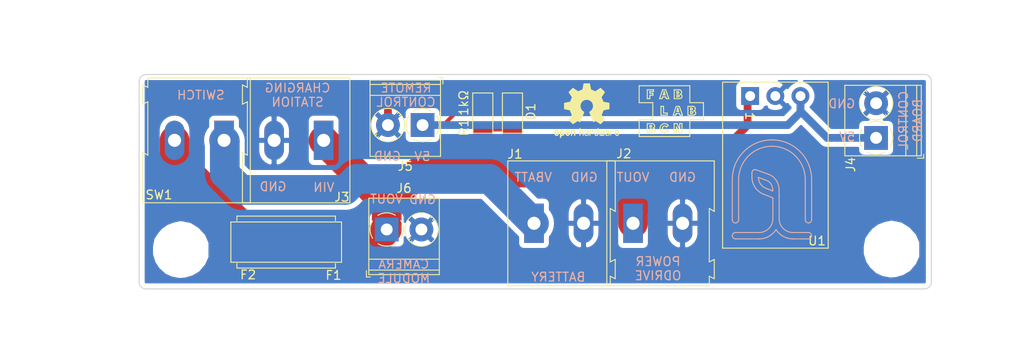
<source format=kicad_pcb>
(kicad_pcb (version 20171130) (host pcbnew "(5.1.10-1-10_14)")

  (general
    (thickness 1.6)
    (drawings 31)
    (tracks 38)
    (zones 0)
    (modules 17)
    (nets 7)
  )

  (page A4)
  (layers
    (0 F.Cu signal)
    (31 B.Cu signal)
    (32 B.Adhes user)
    (33 F.Adhes user)
    (34 B.Paste user)
    (35 F.Paste user)
    (36 B.SilkS user)
    (37 F.SilkS user)
    (38 B.Mask user)
    (39 F.Mask user)
    (40 Dwgs.User user)
    (41 Cmts.User user)
    (42 Eco1.User user)
    (43 Eco2.User user)
    (44 Edge.Cuts user)
    (45 Margin user)
    (46 B.CrtYd user)
    (47 F.CrtYd user)
    (48 B.Fab user)
    (49 F.Fab user)
  )

  (setup
    (last_trace_width 0.25)
    (trace_clearance 0.2)
    (zone_clearance 0.508)
    (zone_45_only no)
    (trace_min 0.2)
    (via_size 0.8)
    (via_drill 0.4)
    (via_min_size 0.4)
    (via_min_drill 0.3)
    (uvia_size 0.3)
    (uvia_drill 0.1)
    (uvias_allowed no)
    (uvia_min_size 0.2)
    (uvia_min_drill 0.1)
    (edge_width 0.05)
    (segment_width 0.2)
    (pcb_text_width 0.3)
    (pcb_text_size 1.5 1.5)
    (mod_edge_width 0.12)
    (mod_text_size 1 1)
    (mod_text_width 0.15)
    (pad_size 1.524 1.524)
    (pad_drill 0.762)
    (pad_to_mask_clearance 0)
    (aux_axis_origin 0 0)
    (visible_elements FFFFFF7F)
    (pcbplotparams
      (layerselection 0x010fc_ffffffff)
      (usegerberextensions false)
      (usegerberattributes true)
      (usegerberadvancedattributes true)
      (creategerberjobfile true)
      (excludeedgelayer true)
      (linewidth 0.150000)
      (plotframeref false)
      (viasonmask false)
      (mode 1)
      (useauxorigin false)
      (hpglpennumber 1)
      (hpglpenspeed 20)
      (hpglpendiameter 15.000000)
      (psnegative false)
      (psa4output false)
      (plotreference true)
      (plotvalue true)
      (plotinvisibletext false)
      (padsonsilk false)
      (subtractmaskfromsilk false)
      (outputformat 1)
      (mirror false)
      (drillshape 0)
      (scaleselection 1)
      (outputdirectory "exports/"))
  )

  (net 0 "")
  (net 1 GND)
  (net 2 VIN)
  (net 3 VBATT)
  (net 4 VOUT)
  (net 5 "Net-(D1-Pad1)")
  (net 6 "Net-(F1-Pad2)")

  (net_class Default "This is the default net class."
    (clearance 0.2)
    (trace_width 0.25)
    (via_dia 0.8)
    (via_drill 0.4)
    (uvia_dia 0.3)
    (uvia_drill 0.1)
    (add_net GND)
  )

  (net_class OUT ""
    (clearance 0.3)
    (trace_width 0.4)
    (via_dia 1.2)
    (via_drill 0.4)
    (uvia_dia 0.3)
    (uvia_drill 0.1)
    (add_net "Net-(D1-Pad1)")
    (add_net VOUT)
  )

  (net_class POWER ""
    (clearance 0.4)
    (trace_width 3)
    (via_dia 0.8)
    (via_drill 0.4)
    (uvia_dia 0.3)
    (uvia_drill 0.1)
    (add_net "Net-(F1-Pad2)")
    (add_net VBATT)
    (add_net VIN)
  )

  (module logos:ROMI_LOGO (layer B.Cu) (tedit 60DB38FC) (tstamp 60DB45CD)
    (at 181.3 104.625 180)
    (path /60DB5004)
    (fp_text reference U3 (at 0 -0.5) (layer B.SilkS) hide
      (effects (font (size 0.889 0.889) (thickness 0.127)) (justify mirror))
    )
    (fp_text value fablab (at 0 0.5) (layer B.Fab)
      (effects (font (size 0.889 0.889) (thickness 0.127)) (justify mirror))
    )
    (fp_line (start 3.934178 -3.331389) (end 1.546303 -3.331389) (layer B.SilkS) (width 0.1))
    (fp_curve (pts (xy 2.134181 2.962543) (xy 2.049332 3.023149) (xy 1.937211 3.0383) (xy 1.840242 3.001937)) (layer B.SilkS) (width 0.1))
    (fp_line (start 0.249334 6.026175) (end 0.249334 6.026175) (layer B.SilkS) (width 0.1))
    (fp_curve (pts (xy 4.255389 2.017089) (xy 4.255389 4.229208) (xy 2.458423 6.026175) (xy 0.249334 6.026175)) (layer B.SilkS) (width 0.1))
    (fp_line (start 4.255389 -2.046542) (end 4.255389 2.017089) (layer B.SilkS) (width 0.1))
    (fp_curve (pts (xy 3.934178 -2.367754) (xy 4.112966 -2.367754) (xy 4.255389 -2.2223) (xy 4.255389 -2.046542)) (layer B.SilkS) (width 0.1))
    (fp_curve (pts (xy 3.612967 -2.046542) (xy 3.612967 -2.22533) (xy 3.758421 -2.367754) (xy 3.934178 -2.367754)) (layer B.SilkS) (width 0.1))
    (fp_line (start 3.612967 2.017089) (end 3.612967 -2.046542) (layer B.SilkS) (width 0.1))
    (fp_curve (pts (xy 0.249334 5.380722) (xy 2.103878 5.380722) (xy 3.612967 3.871632) (xy 3.612967 2.017089)) (layer B.SilkS) (width 0.1))
    (fp_curve (pts (xy -3.114298 2.017089) (xy -3.114298 3.871632) (xy -1.605209 5.380722) (xy 0.249334 5.380722)) (layer B.SilkS) (width 0.1))
    (fp_line (start -3.114298 -2.043512) (end -3.114298 2.017089) (layer B.SilkS) (width 0.1))
    (fp_curve (pts (xy -3.43551 -2.364724) (xy -3.256722 -2.364724) (xy -3.114298 -2.219269) (xy -3.114298 -2.043512)) (layer B.SilkS) (width 0.1))
    (fp_curve (pts (xy -3.756721 -2.043512) (xy -3.756721 -2.2223) (xy -3.611267 -2.364724) (xy -3.43551 -2.364724)) (layer B.SilkS) (width 0.1))
    (fp_line (start -3.756721 2.02012) (end -3.756721 -2.043512) (layer B.SilkS) (width 0.1))
    (fp_curve (pts (xy 0.249334 6.026175) (xy -1.959754 6.026175) (xy -3.756721 4.229208) (xy -3.756721 2.02012)) (layer B.SilkS) (width 0.1))
    (fp_line (start 0.164486 0.859515) (end 0.167516 0.944363) (layer B.SilkS) (width 0.1))
    (fp_line (start 0.785697 1.104969) (end 0.164486 0.859515) (layer B.SilkS) (width 0.1))
    (fp_curve (pts (xy 0.800849 1.11103) (xy 0.794788 1.107999) (xy 0.791758 1.107999) (xy 0.785697 1.104969)) (layer B.SilkS) (width 0.1))
    (fp_curve (pts (xy 1.62509 2.235271) (xy 1.609939 1.72315) (xy 1.282667 1.274666) (xy 0.800849 1.11103)) (layer B.SilkS) (width 0.1))
    (fp_line (start 0.800849 1.935271) (end 1.62509 2.235271) (layer B.SilkS) (width 0.1))
    (fp_curve (pts (xy 0.167516 0.944363) (xy 0.167516 1.407999) (xy 0.416001 1.795877) (xy 0.800849 1.935271)) (layer B.SilkS) (width 0.1))
    (fp_line (start 3.934178 -3.331389) (end 3.934178 -3.331389) (layer B.SilkS) (width 0.1))
    (fp_curve (pts (xy 4.25236 -3.652601) (xy 4.255389 -3.476844) (xy 4.112966 -3.331389) (xy 3.934178 -3.331389)) (layer B.SilkS) (width 0.1))
    (fp_curve (pts (xy 3.931148 -3.973813) (xy 4.109935 -3.973813) (xy 4.25236 -3.828358) (xy 4.25236 -3.652601)) (layer B.SilkS) (width 0.1))
    (fp_line (start 1.540242 -3.973813) (end 3.931148 -3.973813) (layer B.SilkS) (width 0.1))
    (fp_line (start 1.540242 -3.973813) (end 1.540242 -3.973813) (layer B.SilkS) (width 0.1))
    (fp_curve (pts (xy -0.165817 -3.03745) (xy 0.194789 -3.598055) (xy 0.825091 -3.973813) (xy 1.540242 -3.973813)) (layer B.SilkS) (width 0.1))
    (fp_curve (pts (xy -1.859754 -3.973813) (xy -1.150664 -3.970782) (xy -0.523392 -3.598055) (xy -0.165817 -3.03745)) (layer B.SilkS) (width 0.1))
    (fp_curve (pts (xy -1.871875 -3.973813) (xy -1.868845 -3.973813) (xy -1.862784 -3.973813) (xy -1.859754 -3.973813)) (layer B.SilkS) (width 0.1))
    (fp_line (start -3.43551 -3.973813) (end -1.871875 -3.973813) (layer B.SilkS) (width 0.1))
    (fp_curve (pts (xy -3.756721 -3.652601) (xy -3.756721 -3.831389) (xy -3.611267 -3.973813) (xy -3.43551 -3.973813)) (layer B.SilkS) (width 0.1))
    (fp_curve (pts (xy -3.43551 -3.331389) (xy -3.614297 -3.331389) (xy -3.756721 -3.476844) (xy -3.756721 -3.652601)) (layer B.SilkS) (width 0.1))
    (fp_line (start -1.880966 -3.331389) (end -3.43551 -3.331389) (layer B.SilkS) (width 0.1))
    (fp_curve (pts (xy -1.868845 -3.331389) (xy -1.871875 -3.331389) (xy -1.877936 -3.331389) (xy -1.880966 -3.331389)) (layer B.SilkS) (width 0.1))
    (fp_curve (pts (xy -0.480968 -1.940482) (xy -0.480968 -2.707147) (xy -1.102179 -3.331389) (xy -1.868845 -3.331389)) (layer B.SilkS) (width 0.1))
    (fp_line (start -0.480968 0.389818) (end -0.480968 -1.940482) (layer B.SilkS) (width 0.1))
    (fp_line (start -0.480968 0.389818) (end -0.480968 0.389818) (layer B.SilkS) (width 0.1))
    (fp_line (start -0.480968 0.392849) (end -0.480968 0.389818) (layer B.SilkS) (width 0.1))
    (fp_line (start -0.471877 0.950424) (end -0.480968 0.392849) (layer B.SilkS) (width 0.1))
    (fp_curve (pts (xy 0.582667 2.541331) (xy -0.059756 2.307998) (xy -0.471877 1.680726) (xy -0.471877 0.950424)) (layer B.SilkS) (width 0.1))
    (fp_line (start 1.840242 3.001937) (end 0.582667 2.541331) (layer B.SilkS) (width 0.1))
    (fp_line (start 0.158425 0.171637) (end 1.016 0.508) (layer B.SilkS) (width 0.1))
    (fp_curve (pts (xy 2.270544 2.698907) (xy 2.270544 2.804967) (xy 2.219029 2.901937) (xy 2.134181 2.962543)) (layer B.SilkS) (width 0.1))
    (fp_curve (pts (xy 1.546303 -3.331389) (xy 0.782667 -3.331389) (xy 0.158425 -2.710178) (xy 0.158425 -1.943512)) (layer B.SilkS) (width 0.1))
    (fp_line (start 0.158425 -1.943512) (end 0.158425 0.171637) (layer B.SilkS) (width 0.1))
    (fp_line (start 2.270544 2.274665) (end 2.270544 2.698907) (layer B.SilkS) (width 0.1))
    (fp_curve (pts (xy 1.016 0.508) (xy 1.767514 0.765576) (xy 2.270544 1.474666) (xy 2.270544 2.274665)) (layer B.SilkS) (width 0.1))
    (fp_line (start -0.719512 0.741942) (end -0.719512 0.738911) (layer Dwgs.User) (width 0.1))
    (fp_line (start -0.719512 0.738911) (end -0.719512 0.738911) (layer Dwgs.User) (width 0.1))
  )

  (module logos:fablab (layer F.Cu) (tedit 6065B197) (tstamp 60DF9C3A)
    (at 170.575 100.075)
    (path /60DB49D7)
    (fp_text reference U2 (at 0 0.5) (layer F.SilkS) hide
      (effects (font (size 0.889 0.889) (thickness 0.127)))
    )
    (fp_text value fablab (at 0 -0.5) (layer F.Fab)
      (effects (font (size 0.889 0.889) (thickness 0.127)))
    )
    (fp_line (start 0.004763 -2.381742) (end -0.172754 -2.546427) (layer F.SilkS) (width 0.1))
    (fp_line (start 2.492141 -4.242467) (end 2.492141 -4.242467) (layer F.SilkS) (width 0.1))
    (fp_curve (pts (xy 2.374509 -4.141945) (xy 2.447227 -4.141945) (xy 2.492141 -4.180443) (xy 2.492141 -4.242467)) (layer F.SilkS) (width 0.1))
    (fp_line (start 2.259016 -4.141945) (end 2.374509 -4.141945) (layer F.SilkS) (width 0.1))
    (fp_line (start 2.259016 -4.338711) (end 2.259016 -4.141945) (layer F.SilkS) (width 0.1))
    (fp_line (start 2.374509 -4.338711) (end 2.259016 -4.338711) (layer F.SilkS) (width 0.1))
    (fp_curve (pts (xy 2.492141 -4.242467) (xy 2.492141 -4.304491) (xy 2.445088 -4.338711) (xy 2.374509 -4.338711)) (layer F.SilkS) (width 0.1))
    (fp_line (start 2.256877 -4.678775) (end 2.256877 -4.680913) (layer F.SilkS) (width 0.1))
    (fp_line (start 2.344566 -4.678775) (end 2.256877 -4.678775) (layer F.SilkS) (width 0.1))
    (fp_curve (pts (xy 2.451504 -4.591085) (xy 2.451504 -4.648832) (xy 2.408729 -4.678775) (xy 2.344566 -4.678775)) (layer F.SilkS) (width 0.1))
    (fp_curve (pts (xy 2.344566 -4.501257) (xy 2.408729 -4.501257) (xy 2.451504 -4.5312) (xy 2.451504 -4.591085)) (layer F.SilkS) (width 0.1))
    (fp_line (start 2.256877 -4.501257) (end 2.344566 -4.501257) (layer F.SilkS) (width 0.1))
    (fp_line (start 2.256877 -4.680913) (end 2.256877 -4.501257) (layer F.SilkS) (width 0.1))
    (fp_line (start 2.776596 -4.188998) (end 2.776596 -4.188998) (layer F.SilkS) (width 0.1))
    (fp_curve (pts (xy 2.584107 -4.402874) (xy 2.708156 -4.385764) (xy 2.776596 -4.308769) (xy 2.776596 -4.188998)) (layer F.SilkS) (width 0.1))
    (fp_curve (pts (xy 2.731682 -4.618889) (xy 2.731682 -4.518367) (xy 2.691045 -4.428539) (xy 2.584107 -4.402874)) (layer F.SilkS) (width 0.1))
    (fp_curve (pts (xy 2.451504 -4.858431) (xy 2.641854 -4.858431) (xy 2.731682 -4.762186) (xy 2.731682 -4.618889)) (layer F.SilkS) (width 0.1))
    (fp_line (start 1.989531 -4.858431) (end 2.451504 -4.858431) (layer F.SilkS) (width 0.1))
    (fp_line (start 1.989531 -3.964428) (end 1.989531 -4.858431) (layer F.SilkS) (width 0.1))
    (fp_line (start 2.462198 -3.964428) (end 1.989531 -3.964428) (layer F.SilkS) (width 0.1))
    (fp_curve (pts (xy 2.776596 -4.188998) (xy 2.776596 -4.035007) (xy 2.656825 -3.964428) (xy 2.462198 -3.964428)) (layer F.SilkS) (width 0.1))
    (fp_line (start -0.733113 -3.966567) (end -0.733113 -4.860569) (layer F.SilkS) (width 0.1))
    (fp_line (start -0.0979 -3.966567) (end -0.733113 -3.966567) (layer F.SilkS) (width 0.1))
    (fp_line (start -0.0979 -4.180443) (end -0.0979 -3.966567) (layer F.SilkS) (width 0.1))
    (fp_line (start -0.467906 -4.180443) (end -0.0979 -4.180443) (layer F.SilkS) (width 0.1))
    (fp_line (start -0.467906 -4.860569) (end -0.467906 -4.180443) (layer F.SilkS) (width 0.1))
    (fp_line (start -0.733113 -4.860569) (end -0.467906 -4.860569) (layer F.SilkS) (width 0.1))
    (fp_line (start -0.506404 -6.013362) (end -0.309638 -6.013362) (layer F.SilkS) (width 0.1))
    (fp_line (start -0.410159 -6.355564) (end -0.506404 -6.013362) (layer F.SilkS) (width 0.1))
    (fp_line (start -0.408021 -6.355564) (end -0.410159 -6.355564) (layer F.SilkS) (width 0.1))
    (fp_line (start -0.309638 -6.013362) (end -0.408021 -6.355564) (layer F.SilkS) (width 0.1))
    (fp_line (start -0.200561 -5.63694) (end -0.251891 -5.814457) (layer F.SilkS) (width 0.1))
    (fp_line (start 0.060367 -5.63694) (end -0.200561 -5.63694) (layer F.SilkS) (width 0.1))
    (fp_line (start -0.25403 -6.530941) (end 0.060367 -5.63694) (layer F.SilkS) (width 0.1))
    (fp_line (start -0.562012 -6.530941) (end -0.25403 -6.530941) (layer F.SilkS) (width 0.1))
    (fp_line (start -0.87641 -5.63694) (end -0.562012 -6.530941) (layer F.SilkS) (width 0.1))
    (fp_line (start -0.615481 -5.63694) (end -0.87641 -5.63694) (layer F.SilkS) (width 0.1))
    (fp_line (start -0.56415 -5.814457) (end -0.615481 -5.63694) (layer F.SilkS) (width 0.1))
    (fp_line (start -0.251891 -5.814457) (end -0.56415 -5.814457) (layer F.SilkS) (width 0.1))
    (fp_line (start 1.112639 -5.914979) (end 1.112639 -5.914979) (layer F.SilkS) (width 0.1))
    (fp_curve (pts (xy 0.995007 -5.814457) (xy 1.067725 -5.814457) (xy 1.112639 -5.852955) (xy 1.112639 -5.914979)) (layer F.SilkS) (width 0.1))
    (fp_line (start 0.879514 -5.814457) (end 0.995007 -5.814457) (layer F.SilkS) (width 0.1))
    (fp_line (start 0.879514 -6.011223) (end 0.879514 -5.814457) (layer F.SilkS) (width 0.1))
    (fp_line (start 0.995007 -6.011223) (end 0.879514 -6.011223) (layer F.SilkS) (width 0.1))
    (fp_curve (pts (xy 1.112639 -5.914979) (xy 1.112639 -5.977003) (xy 1.065586 -6.011223) (xy 0.995007 -6.011223)) (layer F.SilkS) (width 0.1))
    (fp_line (start 0.877375 -6.351286) (end 0.877375 -6.353425) (layer F.SilkS) (width 0.1))
    (fp_line (start 0.965064 -6.351286) (end 0.877375 -6.351286) (layer F.SilkS) (width 0.1))
    (fp_curve (pts (xy 1.072003 -6.263597) (xy 1.072003 -6.321344) (xy 1.029227 -6.351286) (xy 0.965064 -6.351286)) (layer F.SilkS) (width 0.1))
    (fp_curve (pts (xy 0.965064 -6.173769) (xy 1.029227 -6.173769) (xy 1.072003 -6.203712) (xy 1.072003 -6.263597)) (layer F.SilkS) (width 0.1))
    (fp_line (start 0.877375 -6.173769) (end 0.965064 -6.173769) (layer F.SilkS) (width 0.1))
    (fp_line (start 0.877375 -6.353425) (end 0.877375 -6.173769) (layer F.SilkS) (width 0.1))
    (fp_line (start 1.397094 -5.86151) (end 1.397094 -5.86151) (layer F.SilkS) (width 0.1))
    (fp_curve (pts (xy 1.204606 -6.075386) (xy 1.328654 -6.058276) (xy 1.397094 -5.981281) (xy 1.397094 -5.86151)) (layer F.SilkS) (width 0.1))
    (fp_curve (pts (xy 1.35218 -6.291401) (xy 1.35218 -6.190879) (xy 1.311544 -6.101051) (xy 1.204606 -6.075386)) (layer F.SilkS) (width 0.1))
    (fp_curve (pts (xy 1.072003 -6.530941) (xy 1.262352 -6.530941) (xy 1.35218 -6.434697) (xy 1.35218 -6.291401)) (layer F.SilkS) (width 0.1))
    (fp_line (start 0.61003 -6.530941) (end 1.072003 -6.530941) (layer F.SilkS) (width 0.1))
    (fp_line (start 0.61003 -5.63694) (end 0.61003 -6.530941) (layer F.SilkS) (width 0.1))
    (fp_line (start 1.082696 -5.63694) (end 0.61003 -5.63694) (layer F.SilkS) (width 0.1))
    (fp_curve (pts (xy 1.397094 -5.86151) (xy 1.397094 -5.707519) (xy 1.277324 -5.63694) (xy 1.082696 -5.63694)) (layer F.SilkS) (width 0.1))
    (fp_line (start -1.4774 -6.353426) (end -1.853822 -6.353426) (layer F.SilkS) (width 0.1))
    (fp_line (start -1.4774 -6.530943) (end -1.4774 -6.353426) (layer F.SilkS) (width 0.1))
    (fp_line (start -2.114752 -6.530943) (end -1.4774 -6.530943) (layer F.SilkS) (width 0.1))
    (fp_line (start -2.114752 -5.63694) (end -2.114752 -6.530943) (layer F.SilkS) (width 0.1))
    (fp_line (start -1.853822 -5.63694) (end -2.114752 -5.63694) (layer F.SilkS) (width 0.1))
    (fp_line (start -1.853822 -5.979142) (end -1.853822 -5.63694) (layer F.SilkS) (width 0.1))
    (fp_line (start -1.530869 -5.979142) (end -1.853822 -5.979142) (layer F.SilkS) (width 0.1))
    (fp_curve (pts (xy -0.825077 -2.664059) (xy -0.825077 -2.415962) (xy -0.615478 -2.214919) (xy -0.358827 -2.214919)) (layer F.SilkS) (width 0.1))
    (fp_curve (pts (xy -0.358827 -3.113199) (xy -0.617617 -3.113199) (xy -0.825077 -2.912156) (xy -0.825077 -2.664059)) (layer F.SilkS) (width 0.1))
    (fp_curve (pts (xy 0.006902 -2.944237) (xy -0.078649 -3.046898) (xy -0.211252 -3.113199) (xy -0.358827 -3.113199)) (layer F.SilkS) (width 0.1))
    (fp_line (start -1.610005 -2.495098) (end -1.610005 -2.495098) (layer F.SilkS) (width 0.1))
    (fp_curve (pts (xy -1.727637 -2.394577) (xy -1.654919 -2.394577) (xy -1.610005 -2.433074) (xy -1.610005 -2.495098)) (layer F.SilkS) (width 0.1))
    (fp_line (start -1.84313 -2.394577) (end -1.727637 -2.394577) (layer F.SilkS) (width 0.1))
    (fp_line (start -1.84313 -2.591343) (end -1.84313 -2.394577) (layer F.SilkS) (width 0.1))
    (fp_line (start -1.727637 -2.591343) (end -1.84313 -2.591343) (layer F.SilkS) (width 0.1))
    (fp_curve (pts (xy -1.610005 -2.495098) (xy -1.610005 -2.557123) (xy -1.657058 -2.591343) (xy -1.727637 -2.591343)) (layer F.SilkS) (width 0.1))
    (fp_line (start -1.845269 -2.931406) (end -1.845269 -2.933545) (layer F.SilkS) (width 0.1))
    (fp_line (start -1.75758 -2.931406) (end -1.845269 -2.931406) (layer F.SilkS) (width 0.1))
    (fp_curve (pts (xy -1.650641 -2.843717) (xy -1.650641 -2.901463) (xy -1.693417 -2.931406) (xy -1.75758 -2.931406)) (layer F.SilkS) (width 0.1))
    (fp_curve (pts (xy -1.75758 -2.753889) (xy -1.693417 -2.753889) (xy -1.650641 -2.783831) (xy -1.650641 -2.843717)) (layer F.SilkS) (width 0.1))
    (fp_line (start -1.845269 -2.753889) (end -1.75758 -2.753889) (layer F.SilkS) (width 0.1))
    (fp_line (start -1.845269 -2.933545) (end -1.845269 -2.753889) (layer F.SilkS) (width 0.1))
    (fp_line (start -1.32555 -2.443768) (end -1.32555 -2.443768) (layer F.SilkS) (width 0.1))
    (fp_curve (pts (xy -1.518038 -2.657644) (xy -1.396129 -2.640534) (xy -1.32555 -2.5614) (xy -1.32555 -2.443768)) (layer F.SilkS) (width 0.1))
    (fp_curve (pts (xy -1.370464 -2.873659) (xy -1.370464 -2.773138) (xy -1.4111 -2.68331) (xy -1.518038 -2.657644)) (layer F.SilkS) (width 0.1))
    (fp_curve (pts (xy -1.650641 -3.113201) (xy -1.460292 -3.113201) (xy -1.370464 -3.016956) (xy -1.370464 -2.873659)) (layer F.SilkS) (width 0.1))
    (fp_line (start -2.112614 -3.113201) (end -1.650641 -3.113201) (layer F.SilkS) (width 0.1))
    (fp_line (start -2.112614 -2.219198) (end -2.112614 -3.113201) (layer F.SilkS) (width 0.1))
    (fp_line (start -1.639948 -2.219198) (end -2.112614 -2.219198) (layer F.SilkS) (width 0.1))
    (fp_curve (pts (xy -1.32555 -2.443768) (xy -1.32555 -2.289777) (xy -1.44532 -2.219198) (xy -1.639948 -2.219198)) (layer F.SilkS) (width 0.1))
    (fp_line (start 0.605752 -2.214921) (end 0.605752 -3.117478) (layer F.SilkS) (width 0.1))
    (fp_line (start 0.838878 -2.214921) (end 0.605752 -2.214921) (layer F.SilkS) (width 0.1))
    (fp_line (start 0.838878 -2.649089) (end 0.838878 -2.214921) (layer F.SilkS) (width 0.1))
    (fp_line (start 0.838878 -2.76886) (end 0.838878 -2.649089) (layer F.SilkS) (width 0.1))
    (fp_line (start 0.841016 -2.76886) (end 0.838878 -2.76886) (layer F.SilkS) (width 0.1))
    (fp_curve (pts (xy 0.890208 -2.659783) (xy 0.873098 -2.698281) (xy 0.85171 -2.738917) (xy 0.841016 -2.76886)) (layer F.SilkS) (width 0.1))
    (fp_line (start 1.131888 -2.214921) (end 0.890208 -2.659783) (layer F.SilkS) (width 0.1))
    (fp_line (start 1.392817 -2.214921) (end 1.131888 -2.214921) (layer F.SilkS) (width 0.1))
    (fp_line (start 1.392817 -3.117478) (end 1.392817 -2.214921) (layer F.SilkS) (width 0.1))
    (fp_line (start 1.159692 -3.117478) (end 1.392817 -3.117478) (layer F.SilkS) (width 0.1))
    (fp_line (start 1.159692 -2.676893) (end 1.159692 -3.117478) (layer F.SilkS) (width 0.1))
    (fp_line (start 1.159692 -2.563539) (end 1.159692 -2.676893) (layer F.SilkS) (width 0.1))
    (fp_line (start 1.157553 -2.563539) (end 1.159692 -2.563539) (layer F.SilkS) (width 0.1))
    (fp_curve (pts (xy 1.106223 -2.681171) (xy 1.123333 -2.646951) (xy 1.146859 -2.59562) (xy 1.157553 -2.563539)) (layer F.SilkS) (width 0.1))
    (fp_line (start 0.879514 -3.117478) (end 1.106223 -2.681171) (layer F.SilkS) (width 0.1))
    (fp_line (start 0.605752 -3.117478) (end 0.879514 -3.117478) (layer F.SilkS) (width 0.1))
    (fp_line (start 0.873098 -4.34085) (end 1.069864 -4.34085) (layer F.SilkS) (width 0.1))
    (fp_line (start 0.969342 -4.683052) (end 0.873098 -4.34085) (layer F.SilkS) (width 0.1))
    (fp_line (start 0.971481 -4.683052) (end 0.969342 -4.683052) (layer F.SilkS) (width 0.1))
    (fp_line (start 1.069864 -4.34085) (end 0.971481 -4.683052) (layer F.SilkS) (width 0.1))
    (fp_line (start 1.178941 -3.964428) (end 1.12761 -4.141945) (layer F.SilkS) (width 0.1))
    (fp_line (start 1.43987 -3.964428) (end 1.178941 -3.964428) (layer F.SilkS) (width 0.1))
    (fp_line (start 1.125472 -4.858431) (end 1.43987 -3.964428) (layer F.SilkS) (width 0.1))
    (fp_line (start 0.81749 -4.858431) (end 1.125472 -4.858431) (layer F.SilkS) (width 0.1))
    (fp_line (start 0.503092 -3.964428) (end 0.81749 -4.858431) (layer F.SilkS) (width 0.1))
    (fp_line (start 0.764021 -3.964428) (end 0.503092 -3.964428) (layer F.SilkS) (width 0.1))
    (fp_line (start 0.815351 -4.141945) (end 0.764021 -3.964428) (layer F.SilkS) (width 0.1))
    (fp_line (start 1.12761 -4.141945) (end 0.815351 -4.141945) (layer F.SilkS) (width 0.1))
    (fp_line (start 2.182024 -5.230575) (end 2.182024 -6.939447) (layer F.SilkS) (width 0.1))
    (fp_line (start -1.556534 -5.230575) (end -1.556534 -3.519564) (layer F.SilkS) (width 0.1))
    (fp_line (start -2.933898 -5.230575) (end -1.556534 -5.230575) (layer F.SilkS) (width 0.1))
    (fp_line (start -2.933898 -6.939447) (end -2.933898 -5.230575) (layer F.SilkS) (width 0.1))
    (fp_line (start 2.182024 -6.939447) (end -2.933898 -6.939447) (layer F.SilkS) (width 0.1))
    (fp_line (start -1.530869 -6.175908) (end -1.530869 -5.979142) (layer F.SilkS) (width 0.1))
    (fp_line (start -1.853822 -6.175908) (end -1.530869 -6.175908) (layer F.SilkS) (width 0.1))
    (fp_line (start -1.853822 -6.353426) (end -1.853822 -6.175908) (layer F.SilkS) (width 0.1))
    (fp_line (start 3.559388 -5.230575) (end 2.182024 -5.230575) (layer F.SilkS) (width 0.1))
    (fp_line (start 3.559388 -3.519564) (end 3.559388 -5.230575) (layer F.SilkS) (width 0.1))
    (fp_line (start 2.182024 -3.519564) (end 3.559388 -3.519564) (layer F.SilkS) (width 0.1))
    (fp_line (start 2.182024 -1.810692) (end 2.182024 -3.519564) (layer F.SilkS) (width 0.1))
    (fp_line (start -2.933898 -1.810692) (end 2.182024 -1.810692) (layer F.SilkS) (width 0.1))
    (fp_line (start -2.933898 -3.519564) (end -2.933898 -1.810692) (layer F.SilkS) (width 0.1))
    (fp_line (start -1.556534 -3.519564) (end -2.933898 -3.519564) (layer F.SilkS) (width 0.1))
    (fp_curve (pts (xy -0.358827 -2.450182) (xy -0.480736 -2.450182) (xy -0.57912 -2.544288) (xy -0.57912 -2.66192)) (layer F.SilkS) (width 0.1))
    (fp_curve (pts (xy -0.358827 -2.214919) (xy -0.211252 -2.214919) (xy -0.080788 -2.28122) (xy 0.004763 -2.381742)) (layer F.SilkS) (width 0.1))
    (fp_curve (pts (xy -0.172754 -2.546427) (xy -0.211252 -2.48868) (xy -0.279692 -2.450182) (xy -0.358827 -2.450182)) (layer F.SilkS) (width 0.1))
    (fp_line (start -0.172754 -2.775275) (end 0.006902 -2.944237) (layer F.SilkS) (width 0.1))
    (fp_curve (pts (xy -0.358827 -2.873658) (xy -0.279692 -2.873658) (xy -0.211252 -2.83516) (xy -0.172754 -2.775275)) (layer F.SilkS) (width 0.1))
    (fp_curve (pts (xy -0.57912 -2.66192) (xy -0.57912 -2.779552) (xy -0.480736 -2.873658) (xy -0.358827 -2.873658)) (layer F.SilkS) (width 0.1))
  )

  (module MountingHole:MountingHole_3.2mm_M3 (layer F.Cu) (tedit 56D1B4CB) (tstamp 60E404CE)
    (at 121.4 109.675)
    (descr "Mounting Hole 3.2mm, no annular, M3")
    (tags "mounting hole 3.2mm no annular m3")
    (path /610F4B9C)
    (attr virtual)
    (fp_text reference H2 (at 0 -4.2) (layer F.SilkS) hide
      (effects (font (size 0.889 0.889) (thickness 0.127)))
    )
    (fp_text value MountingHole (at 0 4.2) (layer F.Fab)
      (effects (font (size 0.889 0.889) (thickness 0.127)))
    )
    (fp_circle (center 0 0) (end 3.45 0) (layer F.CrtYd) (width 0.1))
    (fp_circle (center 0 0) (end 3.2 0) (layer Cmts.User) (width 0.1))
    (fp_text user %R (at 0.3 0) (layer F.Fab)
      (effects (font (size 0.889 0.889) (thickness 0.127)))
    )
    (pad 1 np_thru_hole circle (at 0 0) (size 3.2 3.2) (drill 3.2) (layers *.Cu *.Mask))
  )

  (module MountingHole:MountingHole_3.2mm_M3 (layer F.Cu) (tedit 56D1B4CB) (tstamp 60E404C6)
    (at 193.075 109.675)
    (descr "Mounting Hole 3.2mm, no annular, M3")
    (tags "mounting hole 3.2mm no annular m3")
    (path /610F4909)
    (attr virtual)
    (fp_text reference H1 (at 0 -4.2) (layer F.SilkS) hide
      (effects (font (size 0.889 0.889) (thickness 0.127)))
    )
    (fp_text value MountingHole (at 0 4.2) (layer F.Fab)
      (effects (font (size 0.889 0.889) (thickness 0.127)))
    )
    (fp_circle (center 0 0) (end 3.45 0) (layer F.CrtYd) (width 0.1))
    (fp_circle (center 0 0) (end 3.2 0) (layer Cmts.User) (width 0.1))
    (fp_text user %R (at 0.3 0) (layer F.Fab)
      (effects (font (size 0.889 0.889) (thickness 0.127)))
    )
    (pad 1 np_thru_hole circle (at 0 0) (size 3.2 3.2) (drill 3.2) (layers *.Cu *.Mask))
  )

  (module TerminalBlock_Phoenix:TerminalBlock_Phoenix_PT-1,5-2-3.5-H_1x02_P3.50mm_Horizontal (layer F.Cu) (tedit 5B294F3F) (tstamp 60DF96BD)
    (at 142.15 107.65)
    (descr "Terminal Block Phoenix PT-1,5-2-3.5-H, 2 pins, pitch 3.5mm, size 7x7.6mm^2, drill diamater 1.2mm, pad diameter 2.4mm, see , script-generated using https://github.com/pointhi/kicad-footprint-generator/scripts/TerminalBlock_Phoenix")
    (tags "THT Terminal Block Phoenix PT-1,5-2-3.5-H pitch 3.5mm size 7x7.6mm^2 drill 1.2mm pad 2.4mm")
    (path /60DC4B80)
    (fp_text reference J6 (at 1.75 -4.16) (layer F.SilkS)
      (effects (font (size 0.889 0.889) (thickness 0.127)))
    )
    (fp_text value "CAMERA MODULE" (at 1.75 5.56) (layer F.Fab)
      (effects (font (size 0.889 0.889) (thickness 0.127)))
    )
    (fp_line (start 5.75 -3.6) (end -2.25 -3.6) (layer F.CrtYd) (width 0.1))
    (fp_line (start 5.75 5) (end 5.75 -3.6) (layer F.CrtYd) (width 0.1))
    (fp_line (start -2.25 5) (end 5.75 5) (layer F.CrtYd) (width 0.1))
    (fp_line (start -2.25 -3.6) (end -2.25 5) (layer F.CrtYd) (width 0.1))
    (fp_line (start -2.05 4.8) (end -1.65 4.8) (layer F.SilkS) (width 0.1))
    (fp_line (start -2.05 4.16) (end -2.05 4.8) (layer F.SilkS) (width 0.1))
    (fp_line (start 2.355 0.941) (end 2.226 1.069) (layer F.SilkS) (width 0.1))
    (fp_line (start 4.57 -1.275) (end 4.476 -1.181) (layer F.SilkS) (width 0.1))
    (fp_line (start 2.525 1.181) (end 2.431 1.274) (layer F.SilkS) (width 0.1))
    (fp_line (start 4.775 -1.069) (end 4.646 -0.941) (layer F.SilkS) (width 0.1))
    (fp_line (start 4.455 -1.138) (end 2.363 0.955) (layer F.Fab) (width 0.1))
    (fp_line (start 4.638 -0.955) (end 2.546 1.138) (layer F.Fab) (width 0.1))
    (fp_line (start 0.955 -1.138) (end -1.138 0.955) (layer F.Fab) (width 0.1))
    (fp_line (start 1.138 -0.955) (end -0.955 1.138) (layer F.Fab) (width 0.1))
    (fp_line (start 5.31 -3.16) (end 5.31 4.56) (layer F.SilkS) (width 0.1))
    (fp_line (start -1.81 -3.16) (end -1.81 4.56) (layer F.SilkS) (width 0.1))
    (fp_line (start -1.81 4.56) (end 5.31 4.56) (layer F.SilkS) (width 0.1))
    (fp_line (start -1.81 -3.16) (end 5.31 -3.16) (layer F.SilkS) (width 0.1))
    (fp_line (start -1.81 3) (end 5.31 3) (layer F.SilkS) (width 0.1))
    (fp_line (start -1.75 3) (end 5.25 3) (layer F.Fab) (width 0.1))
    (fp_line (start -1.81 4.1) (end 5.31 4.1) (layer F.SilkS) (width 0.1))
    (fp_line (start -1.75 4.1) (end 5.25 4.1) (layer F.Fab) (width 0.1))
    (fp_line (start -1.75 4.1) (end -1.75 -3.1) (layer F.Fab) (width 0.1))
    (fp_line (start -1.35 4.5) (end -1.75 4.1) (layer F.Fab) (width 0.1))
    (fp_line (start 5.25 4.5) (end -1.35 4.5) (layer F.Fab) (width 0.1))
    (fp_line (start 5.25 -3.1) (end 5.25 4.5) (layer F.Fab) (width 0.1))
    (fp_line (start -1.75 -3.1) (end 5.25 -3.1) (layer F.Fab) (width 0.1))
    (fp_circle (center 3.5 0) (end 5.18 0) (layer F.SilkS) (width 0.1))
    (fp_circle (center 3.5 0) (end 5 0) (layer F.Fab) (width 0.1))
    (fp_circle (center 0 0) (end 1.5 0) (layer F.Fab) (width 0.1))
    (fp_text user %R (at 1.75 2.4) (layer F.Fab)
      (effects (font (size 0.889 0.889) (thickness 0.127)))
    )
    (fp_arc (start 0 0) (end -0.866 1.44) (angle -32) (layer F.SilkS) (width 0.1))
    (fp_arc (start 0 0) (end -1.44 -0.866) (angle -63) (layer F.SilkS) (width 0.1))
    (fp_arc (start 0 0) (end 0.866 -1.44) (angle -63) (layer F.SilkS) (width 0.1))
    (fp_arc (start 0 0) (end 1.425 0.891) (angle -64) (layer F.SilkS) (width 0.1))
    (fp_arc (start 0 0) (end 0 1.68) (angle -32) (layer F.SilkS) (width 0.1))
    (pad 2 thru_hole circle (at 3.5 0) (size 2.4 2.4) (drill 1.2) (layers *.Cu *.Mask)
      (net 1 GND))
    (pad 1 thru_hole rect (at 0 0) (size 2.4 2.4) (drill 1.2) (layers *.Cu *.Mask)
      (net 2 VIN))
    (model ${KISYS3DMOD}/TerminalBlock_Phoenix.3dshapes/TerminalBlock_Phoenix_PT-1,5-2-3.5-H_1x02_P3.50mm_Horizontal.wrl
      (at (xyz 0 0 0))
      (scale (xyz 1 1 1))
      (rotate (xyz 0 0 0))
    )
  )

  (module Symbol:OSHW-Logo2_7.3x6mm_SilkScreen (layer F.Cu) (tedit 0) (tstamp 60DBC966)
    (at 162.35 95.65)
    (descr "Open Source Hardware Symbol")
    (tags "Logo Symbol OSHW")
    (path /60DB42E4)
    (attr virtual)
    (fp_text reference OSH1 (at 0 0) (layer F.SilkS) hide
      (effects (font (size 0.889 0.889) (thickness 0.127)))
    )
    (fp_text value Logo_Open_Hardware_Small (at 0.75 0) (layer F.Fab) hide
      (effects (font (size 0.889 0.889) (thickness 0.127)))
    )
    (fp_poly (pts (xy -2.400256 1.919918) (xy -2.344799 1.947568) (xy -2.295852 1.99848) (xy -2.282371 2.017338)
      (xy -2.267686 2.042015) (xy -2.258158 2.068816) (xy -2.252707 2.104587) (xy -2.250253 2.156169)
      (xy -2.249714 2.224267) (xy -2.252148 2.317588) (xy -2.260606 2.387657) (xy -2.276826 2.439931)
      (xy -2.302546 2.479869) (xy -2.339503 2.512929) (xy -2.342218 2.514886) (xy -2.37864 2.534908)
      (xy -2.422498 2.544815) (xy -2.478276 2.547257) (xy -2.568952 2.547257) (xy -2.56899 2.635283)
      (xy -2.569834 2.684308) (xy -2.574976 2.713065) (xy -2.588413 2.730311) (xy -2.614142 2.744808)
      (xy -2.620321 2.747769) (xy -2.649236 2.761648) (xy -2.671624 2.770414) (xy -2.688271 2.771171)
      (xy -2.699964 2.761023) (xy -2.70749 2.737073) (xy -2.711634 2.696426) (xy -2.713185 2.636186)
      (xy -2.712929 2.553455) (xy -2.711651 2.445339) (xy -2.711252 2.413) (xy -2.709815 2.301524)
      (xy -2.708528 2.228603) (xy -2.569029 2.228603) (xy -2.568245 2.290499) (xy -2.56476 2.330997)
      (xy -2.556876 2.357708) (xy -2.542895 2.378244) (xy -2.533403 2.38826) (xy -2.494596 2.417567)
      (xy -2.460237 2.419952) (xy -2.424784 2.39575) (xy -2.423886 2.394857) (xy -2.409461 2.376153)
      (xy -2.400687 2.350732) (xy -2.396261 2.311584) (xy -2.394882 2.251697) (xy -2.394857 2.23843)
      (xy -2.398188 2.155901) (xy -2.409031 2.098691) (xy -2.42866 2.063766) (xy -2.45835 2.048094)
      (xy -2.475509 2.046514) (xy -2.516234 2.053926) (xy -2.544168 2.07833) (xy -2.560983 2.12298)
      (xy -2.56835 2.19113) (xy -2.569029 2.228603) (xy -2.708528 2.228603) (xy -2.708292 2.215245)
      (xy -2.706323 2.150333) (xy -2.70355 2.102958) (xy -2.699612 2.06929) (xy -2.694151 2.045498)
      (xy -2.686808 2.027753) (xy -2.677223 2.012224) (xy -2.673113 2.006381) (xy -2.618595 1.951185)
      (xy -2.549664 1.91989) (xy -2.469928 1.911165) (xy -2.400256 1.919918)) (layer F.SilkS) (width 0))
    (fp_poly (pts (xy -1.283907 1.92778) (xy -1.237328 1.954723) (xy -1.204943 1.981466) (xy -1.181258 2.009484)
      (xy -1.164941 2.043748) (xy -1.154661 2.089227) (xy -1.149086 2.150892) (xy -1.146884 2.233711)
      (xy -1.146629 2.293246) (xy -1.146629 2.512391) (xy -1.208314 2.540044) (xy -1.27 2.567697)
      (xy -1.277257 2.32767) (xy -1.280256 2.238028) (xy -1.283402 2.172962) (xy -1.287299 2.128026)
      (xy -1.292553 2.09877) (xy -1.299769 2.080748) (xy -1.30955 2.069511) (xy -1.312688 2.067079)
      (xy -1.360239 2.048083) (xy -1.408303 2.0556) (xy -1.436914 2.075543) (xy -1.448553 2.089675)
      (xy -1.456609 2.10822) (xy -1.461729 2.136334) (xy -1.464559 2.179173) (xy -1.465744 2.241895)
      (xy -1.465943 2.307261) (xy -1.465982 2.389268) (xy -1.467386 2.447316) (xy -1.472086 2.486465)
      (xy -1.482013 2.51178) (xy -1.499097 2.528323) (xy -1.525268 2.541156) (xy -1.560225 2.554491)
      (xy -1.598404 2.569007) (xy -1.593859 2.311389) (xy -1.592029 2.218519) (xy -1.589888 2.149889)
      (xy -1.586819 2.100711) (xy -1.582206 2.066198) (xy -1.575432 2.041562) (xy -1.565881 2.022016)
      (xy -1.554366 2.00477) (xy -1.49881 1.94968) (xy -1.43102 1.917822) (xy -1.357287 1.910191)
      (xy -1.283907 1.92778)) (layer F.SilkS) (width 0))
    (fp_poly (pts (xy -2.958885 1.921962) (xy -2.890855 1.957733) (xy -2.840649 2.015301) (xy -2.822815 2.052312)
      (xy -2.808937 2.107882) (xy -2.801833 2.178096) (xy -2.80116 2.254727) (xy -2.806573 2.329552)
      (xy -2.81773 2.394342) (xy -2.834286 2.440873) (xy -2.839374 2.448887) (xy -2.899645 2.508707)
      (xy -2.971231 2.544535) (xy -3.048908 2.55502) (xy -3.127452 2.53881) (xy -3.149311 2.529092)
      (xy -3.191878 2.499143) (xy -3.229237 2.459433) (xy -3.232768 2.454397) (xy -3.247119 2.430124)
      (xy -3.256606 2.404178) (xy -3.26221 2.370022) (xy -3.264914 2.321119) (xy -3.265701 2.250935)
      (xy -3.265714 2.2352) (xy -3.265678 2.230192) (xy -3.120571 2.230192) (xy -3.119727 2.29643)
      (xy -3.116404 2.340386) (xy -3.109417 2.368779) (xy -3.097584 2.388325) (xy -3.091543 2.394857)
      (xy -3.056814 2.41968) (xy -3.023097 2.418548) (xy -2.989005 2.397016) (xy -2.968671 2.374029)
      (xy -2.956629 2.340478) (xy -2.949866 2.287569) (xy -2.949402 2.281399) (xy -2.948248 2.185513)
      (xy -2.960312 2.114299) (xy -2.98543 2.068194) (xy -3.02344 2.047635) (xy -3.037008 2.046514)
      (xy -3.072636 2.052152) (xy -3.097006 2.071686) (xy -3.111907 2.109042) (xy -3.119125 2.16815)
      (xy -3.120571 2.230192) (xy -3.265678 2.230192) (xy -3.265174 2.160413) (xy -3.262904 2.108159)
      (xy -3.257932 2.071949) (xy -3.249287 2.045299) (xy -3.235995 2.021722) (xy -3.233057 2.017338)
      (xy -3.183687 1.958249) (xy -3.129891 1.923947) (xy -3.064398 1.910331) (xy -3.042158 1.909665)
      (xy -2.958885 1.921962)) (layer F.SilkS) (width 0))
    (fp_poly (pts (xy -1.831697 1.931239) (xy -1.774473 1.969735) (xy -1.730251 2.025335) (xy -1.703833 2.096086)
      (xy -1.69849 2.148162) (xy -1.699097 2.169893) (xy -1.704178 2.186531) (xy -1.718145 2.201437)
      (xy -1.745411 2.217973) (xy -1.790388 2.239498) (xy -1.857489 2.269374) (xy -1.857829 2.269524)
      (xy -1.919593 2.297813) (xy -1.970241 2.322933) (xy -2.004596 2.342179) (xy -2.017482 2.352848)
      (xy -2.017486 2.352934) (xy -2.006128 2.376166) (xy -1.979569 2.401774) (xy -1.949077 2.420221)
      (xy -1.93363 2.423886) (xy -1.891485 2.411212) (xy -1.855192 2.379471) (xy -1.837483 2.344572)
      (xy -1.820448 2.318845) (xy -1.787078 2.289546) (xy -1.747851 2.264235) (xy -1.713244 2.250471)
      (xy -1.706007 2.249714) (xy -1.697861 2.26216) (xy -1.69737 2.293972) (xy -1.703357 2.336866)
      (xy -1.714643 2.382558) (xy -1.73005 2.422761) (xy -1.730829 2.424322) (xy -1.777196 2.489062)
      (xy -1.837289 2.533097) (xy -1.905535 2.554711) (xy -1.976362 2.552185) (xy -2.044196 2.523804)
      (xy -2.047212 2.521808) (xy -2.100573 2.473448) (xy -2.13566 2.410352) (xy -2.155078 2.327387)
      (xy -2.157684 2.304078) (xy -2.162299 2.194055) (xy -2.156767 2.142748) (xy -2.017486 2.142748)
      (xy -2.015676 2.174753) (xy -2.005778 2.184093) (xy -1.981102 2.177105) (xy -1.942205 2.160587)
      (xy -1.898725 2.139881) (xy -1.897644 2.139333) (xy -1.860791 2.119949) (xy -1.846 2.107013)
      (xy -1.849647 2.093451) (xy -1.865005 2.075632) (xy -1.904077 2.049845) (xy -1.946154 2.04795)
      (xy -1.983897 2.066717) (xy -2.009966 2.102915) (xy -2.017486 2.142748) (xy -2.156767 2.142748)
      (xy -2.152806 2.106027) (xy -2.12845 2.036212) (xy -2.094544 1.987302) (xy -2.033347 1.937878)
      (xy -1.965937 1.913359) (xy -1.89712 1.911797) (xy -1.831697 1.931239)) (layer F.SilkS) (width 0))
    (fp_poly (pts (xy -0.624114 1.851289) (xy -0.619861 1.910613) (xy -0.614975 1.945572) (xy -0.608205 1.96082)
      (xy -0.598298 1.961015) (xy -0.595086 1.959195) (xy -0.552356 1.946015) (xy -0.496773 1.946785)
      (xy -0.440263 1.960333) (xy -0.404918 1.977861) (xy -0.368679 2.005861) (xy -0.342187 2.037549)
      (xy -0.324001 2.077813) (xy -0.312678 2.131543) (xy -0.306778 2.203626) (xy -0.304857 2.298951)
      (xy -0.304823 2.317237) (xy -0.3048 2.522646) (xy -0.350509 2.53858) (xy -0.382973 2.54942)
      (xy -0.400785 2.554468) (xy -0.401309 2.554514) (xy -0.403063 2.540828) (xy -0.404556 2.503076)
      (xy -0.405674 2.446224) (xy -0.406303 2.375234) (xy -0.4064 2.332073) (xy -0.406602 2.246973)
      (xy -0.407642 2.185981) (xy -0.410169 2.144177) (xy -0.414836 2.116642) (xy -0.422293 2.098456)
      (xy -0.433189 2.084698) (xy -0.439993 2.078073) (xy -0.486728 2.051375) (xy -0.537728 2.049375)
      (xy -0.583999 2.071955) (xy -0.592556 2.080107) (xy -0.605107 2.095436) (xy -0.613812 2.113618)
      (xy -0.619369 2.139909) (xy -0.622474 2.179562) (xy -0.623824 2.237832) (xy -0.624114 2.318173)
      (xy -0.624114 2.522646) (xy -0.669823 2.53858) (xy -0.702287 2.54942) (xy -0.720099 2.554468)
      (xy -0.720623 2.554514) (xy -0.721963 2.540623) (xy -0.723172 2.501439) (xy -0.724199 2.4407)
      (xy -0.724998 2.362141) (xy -0.725519 2.269498) (xy -0.725714 2.166509) (xy -0.725714 1.769342)
      (xy -0.678543 1.749444) (xy -0.631371 1.729547) (xy -0.624114 1.851289)) (layer F.SilkS) (width 0))
    (fp_poly (pts (xy 0.039744 1.950968) (xy 0.096616 1.972087) (xy 0.097267 1.972493) (xy 0.13244 1.99838)
      (xy 0.158407 2.028633) (xy 0.17667 2.068058) (xy 0.188732 2.121462) (xy 0.196096 2.193651)
      (xy 0.200264 2.289432) (xy 0.200629 2.303078) (xy 0.205876 2.508842) (xy 0.161716 2.531678)
      (xy 0.129763 2.54711) (xy 0.11047 2.554423) (xy 0.109578 2.554514) (xy 0.106239 2.541022)
      (xy 0.103587 2.504626) (xy 0.101956 2.451452) (xy 0.1016 2.408393) (xy 0.101592 2.338641)
      (xy 0.098403 2.294837) (xy 0.087288 2.273944) (xy 0.063501 2.272925) (xy 0.022296 2.288741)
      (xy -0.039914 2.317815) (xy -0.085659 2.341963) (xy -0.109187 2.362913) (xy -0.116104 2.385747)
      (xy -0.116114 2.386877) (xy -0.104701 2.426212) (xy -0.070908 2.447462) (xy -0.019191 2.450539)
      (xy 0.018061 2.450006) (xy 0.037703 2.460735) (xy 0.049952 2.486505) (xy 0.057002 2.519337)
      (xy 0.046842 2.537966) (xy 0.043017 2.540632) (xy 0.007001 2.55134) (xy -0.043434 2.552856)
      (xy -0.095374 2.545759) (xy -0.132178 2.532788) (xy -0.183062 2.489585) (xy -0.211986 2.429446)
      (xy -0.217714 2.382462) (xy -0.213343 2.340082) (xy -0.197525 2.305488) (xy -0.166203 2.274763)
      (xy -0.115322 2.24399) (xy -0.040824 2.209252) (xy -0.036286 2.207288) (xy 0.030821 2.176287)
      (xy 0.072232 2.150862) (xy 0.089981 2.128014) (xy 0.086107 2.104745) (xy 0.062643 2.078056)
      (xy 0.055627 2.071914) (xy 0.00863 2.0481) (xy -0.040067 2.049103) (xy -0.082478 2.072451)
      (xy -0.110616 2.115675) (xy -0.113231 2.12416) (xy -0.138692 2.165308) (xy -0.170999 2.185128)
      (xy -0.217714 2.20477) (xy -0.217714 2.15395) (xy -0.203504 2.080082) (xy -0.161325 2.012327)
      (xy -0.139376 1.989661) (xy -0.089483 1.960569) (xy -0.026033 1.9474) (xy 0.039744 1.950968)) (layer F.SilkS) (width 0))
    (fp_poly (pts (xy 0.529926 1.949755) (xy 0.595858 1.974084) (xy 0.649273 2.017117) (xy 0.670164 2.047409)
      (xy 0.692939 2.102994) (xy 0.692466 2.143186) (xy 0.668562 2.170217) (xy 0.659717 2.174813)
      (xy 0.62153 2.189144) (xy 0.602028 2.185472) (xy 0.595422 2.161407) (xy 0.595086 2.148114)
      (xy 0.582992 2.09921) (xy 0.551471 2.064999) (xy 0.507659 2.048476) (xy 0.458695 2.052634)
      (xy 0.418894 2.074227) (xy 0.40545 2.086544) (xy 0.395921 2.101487) (xy 0.389485 2.124075)
      (xy 0.385317 2.159328) (xy 0.382597 2.212266) (xy 0.380502 2.287907) (xy 0.37996 2.311857)
      (xy 0.377981 2.39379) (xy 0.375731 2.451455) (xy 0.372357 2.489608) (xy 0.367006 2.513004)
      (xy 0.358824 2.526398) (xy 0.346959 2.534545) (xy 0.339362 2.538144) (xy 0.307102 2.550452)
      (xy 0.288111 2.554514) (xy 0.281836 2.540948) (xy 0.278006 2.499934) (xy 0.2766 2.430999)
      (xy 0.277598 2.333669) (xy 0.277908 2.318657) (xy 0.280101 2.229859) (xy 0.282693 2.165019)
      (xy 0.286382 2.119067) (xy 0.291864 2.086935) (xy 0.299835 2.063553) (xy 0.310993 2.043852)
      (xy 0.31683 2.03541) (xy 0.350296 1.998057) (xy 0.387727 1.969003) (xy 0.392309 1.966467)
      (xy 0.459426 1.946443) (xy 0.529926 1.949755)) (layer F.SilkS) (width 0))
    (fp_poly (pts (xy 1.190117 2.065358) (xy 1.189933 2.173837) (xy 1.189219 2.257287) (xy 1.187675 2.319704)
      (xy 1.185001 2.365085) (xy 1.180894 2.397429) (xy 1.175055 2.420733) (xy 1.167182 2.438995)
      (xy 1.161221 2.449418) (xy 1.111855 2.505945) (xy 1.049264 2.541377) (xy 0.980013 2.55409)
      (xy 0.910668 2.542463) (xy 0.869375 2.521568) (xy 0.826025 2.485422) (xy 0.796481 2.441276)
      (xy 0.778655 2.383462) (xy 0.770463 2.306313) (xy 0.769302 2.249714) (xy 0.769458 2.245647)
      (xy 0.870857 2.245647) (xy 0.871476 2.31055) (xy 0.874314 2.353514) (xy 0.88084 2.381622)
      (xy 0.892523 2.401953) (xy 0.906483 2.417288) (xy 0.953365 2.44689) (xy 1.003701 2.449419)
      (xy 1.051276 2.424705) (xy 1.054979 2.421356) (xy 1.070783 2.403935) (xy 1.080693 2.383209)
      (xy 1.086058 2.352362) (xy 1.088228 2.304577) (xy 1.088571 2.251748) (xy 1.087827 2.185381)
      (xy 1.084748 2.141106) (xy 1.078061 2.112009) (xy 1.066496 2.091173) (xy 1.057013 2.080107)
      (xy 1.01296 2.052198) (xy 0.962224 2.048843) (xy 0.913796 2.070159) (xy 0.90445 2.078073)
      (xy 0.88854 2.095647) (xy 0.87861 2.116587) (xy 0.873278 2.147782) (xy 0.871163 2.196122)
      (xy 0.870857 2.245647) (xy 0.769458 2.245647) (xy 0.77281 2.158568) (xy 0.784726 2.090086)
      (xy 0.807135 2.0386) (xy 0.842124 1.998443) (xy 0.869375 1.977861) (xy 0.918907 1.955625)
      (xy 0.976316 1.945304) (xy 1.029682 1.948067) (xy 1.059543 1.959212) (xy 1.071261 1.962383)
      (xy 1.079037 1.950557) (xy 1.084465 1.918866) (xy 1.088571 1.870593) (xy 1.093067 1.816829)
      (xy 1.099313 1.784482) (xy 1.110676 1.765985) (xy 1.130528 1.75377) (xy 1.143 1.748362)
      (xy 1.190171 1.728601) (xy 1.190117 2.065358)) (layer F.SilkS) (width 0))
    (fp_poly (pts (xy 1.779833 1.958663) (xy 1.782048 1.99685) (xy 1.783784 2.054886) (xy 1.784899 2.12818)
      (xy 1.785257 2.205055) (xy 1.785257 2.465196) (xy 1.739326 2.511127) (xy 1.707675 2.539429)
      (xy 1.67989 2.550893) (xy 1.641915 2.550168) (xy 1.62684 2.548321) (xy 1.579726 2.542948)
      (xy 1.540756 2.539869) (xy 1.531257 2.539585) (xy 1.499233 2.541445) (xy 1.453432 2.546114)
      (xy 1.435674 2.548321) (xy 1.392057 2.551735) (xy 1.362745 2.54432) (xy 1.33368 2.521427)
      (xy 1.323188 2.511127) (xy 1.277257 2.465196) (xy 1.277257 1.978602) (xy 1.314226 1.961758)
      (xy 1.346059 1.949282) (xy 1.364683 1.944914) (xy 1.369458 1.958718) (xy 1.373921 1.997286)
      (xy 1.377775 2.056356) (xy 1.380722 2.131663) (xy 1.382143 2.195286) (xy 1.386114 2.445657)
      (xy 1.420759 2.450556) (xy 1.452268 2.447131) (xy 1.467708 2.436041) (xy 1.472023 2.415308)
      (xy 1.475708 2.371145) (xy 1.478469 2.309146) (xy 1.480012 2.234909) (xy 1.480235 2.196706)
      (xy 1.480457 1.976783) (xy 1.526166 1.960849) (xy 1.558518 1.950015) (xy 1.576115 1.944962)
      (xy 1.576623 1.944914) (xy 1.578388 1.958648) (xy 1.580329 1.99673) (xy 1.582282 2.054482)
      (xy 1.584084 2.127227) (xy 1.585343 2.195286) (xy 1.589314 2.445657) (xy 1.6764 2.445657)
      (xy 1.680396 2.21724) (xy 1.684392 1.988822) (xy 1.726847 1.966868) (xy 1.758192 1.951793)
      (xy 1.776744 1.944951) (xy 1.777279 1.944914) (xy 1.779833 1.958663)) (layer F.SilkS) (width 0))
    (fp_poly (pts (xy 2.144876 1.956335) (xy 2.186667 1.975344) (xy 2.219469 1.998378) (xy 2.243503 2.024133)
      (xy 2.260097 2.057358) (xy 2.270577 2.1028) (xy 2.276271 2.165207) (xy 2.278507 2.249327)
      (xy 2.278743 2.304721) (xy 2.278743 2.520826) (xy 2.241774 2.53767) (xy 2.212656 2.549981)
      (xy 2.198231 2.554514) (xy 2.195472 2.541025) (xy 2.193282 2.504653) (xy 2.191942 2.451542)
      (xy 2.191657 2.409372) (xy 2.190434 2.348447) (xy 2.187136 2.300115) (xy 2.182321 2.270518)
      (xy 2.178496 2.264229) (xy 2.152783 2.270652) (xy 2.112418 2.287125) (xy 2.065679 2.309458)
      (xy 2.020845 2.333457) (xy 1.986193 2.35493) (xy 1.970002 2.369685) (xy 1.969938 2.369845)
      (xy 1.97133 2.397152) (xy 1.983818 2.423219) (xy 2.005743 2.444392) (xy 2.037743 2.451474)
      (xy 2.065092 2.450649) (xy 2.103826 2.450042) (xy 2.124158 2.459116) (xy 2.136369 2.483092)
      (xy 2.137909 2.487613) (xy 2.143203 2.521806) (xy 2.129047 2.542568) (xy 2.092148 2.552462)
      (xy 2.052289 2.554292) (xy 1.980562 2.540727) (xy 1.943432 2.521355) (xy 1.897576 2.475845)
      (xy 1.873256 2.419983) (xy 1.871073 2.360957) (xy 1.891629 2.305953) (xy 1.922549 2.271486)
      (xy 1.95342 2.252189) (xy 2.001942 2.227759) (xy 2.058485 2.202985) (xy 2.06791 2.199199)
      (xy 2.130019 2.171791) (xy 2.165822 2.147634) (xy 2.177337 2.123619) (xy 2.16658 2.096635)
      (xy 2.148114 2.075543) (xy 2.104469 2.049572) (xy 2.056446 2.047624) (xy 2.012406 2.067637)
      (xy 1.980709 2.107551) (xy 1.976549 2.117848) (xy 1.952327 2.155724) (xy 1.916965 2.183842)
      (xy 1.872343 2.206917) (xy 1.872343 2.141485) (xy 1.874969 2.101506) (xy 1.88623 2.069997)
      (xy 1.911199 2.036378) (xy 1.935169 2.010484) (xy 1.972441 1.973817) (xy 2.001401 1.954121)
      (xy 2.032505 1.94622) (xy 2.067713 1.944914) (xy 2.144876 1.956335)) (layer F.SilkS) (width 0))
    (fp_poly (pts (xy 2.6526 1.958752) (xy 2.669948 1.966334) (xy 2.711356 1.999128) (xy 2.746765 2.046547)
      (xy 2.768664 2.097151) (xy 2.772229 2.122098) (xy 2.760279 2.156927) (xy 2.734067 2.175357)
      (xy 2.705964 2.186516) (xy 2.693095 2.188572) (xy 2.686829 2.173649) (xy 2.674456 2.141175)
      (xy 2.669028 2.126502) (xy 2.63859 2.075744) (xy 2.59452 2.050427) (xy 2.53801 2.051206)
      (xy 2.533825 2.052203) (xy 2.503655 2.066507) (xy 2.481476 2.094393) (xy 2.466327 2.139287)
      (xy 2.45725 2.204615) (xy 2.453286 2.293804) (xy 2.452914 2.341261) (xy 2.45273 2.416071)
      (xy 2.451522 2.467069) (xy 2.448309 2.499471) (xy 2.442109 2.518495) (xy 2.43194 2.529356)
      (xy 2.416819 2.537272) (xy 2.415946 2.53767) (xy 2.386828 2.549981) (xy 2.372403 2.554514)
      (xy 2.370186 2.540809) (xy 2.368289 2.502925) (xy 2.366847 2.445715) (xy 2.365998 2.374027)
      (xy 2.365829 2.321565) (xy 2.366692 2.220047) (xy 2.37007 2.143032) (xy 2.377142 2.086023)
      (xy 2.389088 2.044526) (xy 2.40709 2.014043) (xy 2.432327 1.99008) (xy 2.457247 1.973355)
      (xy 2.517171 1.951097) (xy 2.586911 1.946076) (xy 2.6526 1.958752)) (layer F.SilkS) (width 0))
    (fp_poly (pts (xy 3.153595 1.966966) (xy 3.211021 2.004497) (xy 3.238719 2.038096) (xy 3.260662 2.099064)
      (xy 3.262405 2.147308) (xy 3.258457 2.211816) (xy 3.109686 2.276934) (xy 3.037349 2.310202)
      (xy 2.990084 2.336964) (xy 2.965507 2.360144) (xy 2.961237 2.382667) (xy 2.974889 2.407455)
      (xy 2.989943 2.423886) (xy 3.033746 2.450235) (xy 3.081389 2.452081) (xy 3.125145 2.431546)
      (xy 3.157289 2.390752) (xy 3.163038 2.376347) (xy 3.190576 2.331356) (xy 3.222258 2.312182)
      (xy 3.265714 2.295779) (xy 3.265714 2.357966) (xy 3.261872 2.400283) (xy 3.246823 2.435969)
      (xy 3.21528 2.476943) (xy 3.210592 2.482267) (xy 3.175506 2.51872) (xy 3.145347 2.538283)
      (xy 3.107615 2.547283) (xy 3.076335 2.55023) (xy 3.020385 2.550965) (xy 2.980555 2.54166)
      (xy 2.955708 2.527846) (xy 2.916656 2.497467) (xy 2.889625 2.464613) (xy 2.872517 2.423294)
      (xy 2.863238 2.367521) (xy 2.859693 2.291305) (xy 2.85941 2.252622) (xy 2.860372 2.206247)
      (xy 2.948007 2.206247) (xy 2.949023 2.231126) (xy 2.951556 2.2352) (xy 2.968274 2.229665)
      (xy 3.004249 2.215017) (xy 3.052331 2.19419) (xy 3.062386 2.189714) (xy 3.123152 2.158814)
      (xy 3.156632 2.131657) (xy 3.16399 2.10622) (xy 3.146391 2.080481) (xy 3.131856 2.069109)
      (xy 3.07941 2.046364) (xy 3.030322 2.050122) (xy 2.989227 2.077884) (xy 2.960758 2.127152)
      (xy 2.951631 2.166257) (xy 2.948007 2.206247) (xy 2.860372 2.206247) (xy 2.861285 2.162249)
      (xy 2.868196 2.095384) (xy 2.881884 2.046695) (xy 2.904096 2.010849) (xy 2.936574 1.982513)
      (xy 2.950733 1.973355) (xy 3.015053 1.949507) (xy 3.085473 1.948006) (xy 3.153595 1.966966)) (layer F.SilkS) (width 0))
    (fp_poly (pts (xy 0.10391 -2.757652) (xy 0.182454 -2.757222) (xy 0.239298 -2.756058) (xy 0.278105 -2.753793)
      (xy 0.302538 -2.75006) (xy 0.316262 -2.744494) (xy 0.32294 -2.736727) (xy 0.326236 -2.726395)
      (xy 0.326556 -2.725057) (xy 0.331562 -2.700921) (xy 0.340829 -2.653299) (xy 0.353392 -2.587259)
      (xy 0.368287 -2.507872) (xy 0.384551 -2.420204) (xy 0.385119 -2.417125) (xy 0.40141 -2.331211)
      (xy 0.416652 -2.255304) (xy 0.429861 -2.193955) (xy 0.440054 -2.151718) (xy 0.446248 -2.133145)
      (xy 0.446543 -2.132816) (xy 0.464788 -2.123747) (xy 0.502405 -2.108633) (xy 0.551271 -2.090738)
      (xy 0.551543 -2.090642) (xy 0.613093 -2.067507) (xy 0.685657 -2.038035) (xy 0.754057 -2.008403)
      (xy 0.757294 -2.006938) (xy 0.868702 -1.956374) (xy 1.115399 -2.12484) (xy 1.191077 -2.176197)
      (xy 1.259631 -2.222111) (xy 1.317088 -2.25997) (xy 1.359476 -2.287163) (xy 1.382825 -2.301079)
      (xy 1.385042 -2.302111) (xy 1.40201 -2.297516) (xy 1.433701 -2.275345) (xy 1.481352 -2.234553)
      (xy 1.546198 -2.174095) (xy 1.612397 -2.109773) (xy 1.676214 -2.046388) (xy 1.733329 -1.988549)
      (xy 1.780305 -1.939825) (xy 1.813703 -1.90379) (xy 1.830085 -1.884016) (xy 1.830694 -1.882998)
      (xy 1.832505 -1.869428) (xy 1.825683 -1.847267) (xy 1.80854 -1.813522) (xy 1.779393 -1.7652)
      (xy 1.736555 -1.699308) (xy 1.679448 -1.614483) (xy 1.628766 -1.539823) (xy 1.583461 -1.47286)
      (xy 1.54615 -1.417484) (xy 1.519452 -1.37758) (xy 1.505985 -1.357038) (xy 1.505137 -1.355644)
      (xy 1.506781 -1.335962) (xy 1.519245 -1.297707) (xy 1.540048 -1.248111) (xy 1.547462 -1.232272)
      (xy 1.579814 -1.16171) (xy 1.614328 -1.081647) (xy 1.642365 -1.012371) (xy 1.662568 -0.960955)
      (xy 1.678615 -0.921881) (xy 1.687888 -0.901459) (xy 1.689041 -0.899886) (xy 1.706096 -0.897279)
      (xy 1.746298 -0.890137) (xy 1.804302 -0.879477) (xy 1.874763 -0.866315) (xy 1.952335 -0.851667)
      (xy 2.031672 -0.836551) (xy 2.107431 -0.821982) (xy 2.174264 -0.808978) (xy 2.226828 -0.798555)
      (xy 2.259776 -0.79173) (xy 2.267857 -0.789801) (xy 2.276205 -0.785038) (xy 2.282506 -0.774282)
      (xy 2.287045 -0.753902) (xy 2.290104 -0.720266) (xy 2.291967 -0.669745) (xy 2.292918 -0.598708)
      (xy 2.29324 -0.503524) (xy 2.293257 -0.464508) (xy 2.293257 -0.147201) (xy 2.217057 -0.132161)
      (xy 2.174663 -0.124005) (xy 2.1114 -0.112101) (xy 2.034962 -0.097884) (xy 1.953043 -0.08279)
      (xy 1.9304 -0.078645) (xy 1.854806 -0.063947) (xy 1.788953 -0.049495) (xy 1.738366 -0.036625)
      (xy 1.708574 -0.026678) (xy 1.703612 -0.023713) (xy 1.691426 -0.002717) (xy 1.673953 0.037967)
      (xy 1.654577 0.090322) (xy 1.650734 0.1016) (xy 1.625339 0.171523) (xy 1.593817 0.250418)
      (xy 1.562969 0.321266) (xy 1.562817 0.321595) (xy 1.511447 0.432733) (xy 1.680399 0.681253)
      (xy 1.849352 0.929772) (xy 1.632429 1.147058) (xy 1.566819 1.211726) (xy 1.506979 1.268733)
      (xy 1.456267 1.315033) (xy 1.418046 1.347584) (xy 1.395675 1.363343) (xy 1.392466 1.364343)
      (xy 1.373626 1.356469) (xy 1.33518 1.334578) (xy 1.28133 1.301267) (xy 1.216276 1.259131)
      (xy 1.14594 1.211943) (xy 1.074555 1.16381) (xy 1.010908 1.121928) (xy 0.959041 1.088871)
      (xy 0.922995 1.067218) (xy 0.906867 1.059543) (xy 0.887189 1.066037) (xy 0.849875 1.08315)
      (xy 0.802621 1.107326) (xy 0.797612 1.110013) (xy 0.733977 1.141927) (xy 0.690341 1.157579)
      (xy 0.663202 1.157745) (xy 0.649057 1.143204) (xy 0.648975 1.143) (xy 0.641905 1.125779)
      (xy 0.625042 1.084899) (xy 0.599695 1.023525) (xy 0.567171 0.944819) (xy 0.528778 0.851947)
      (xy 0.485822 0.748072) (xy 0.444222 0.647502) (xy 0.398504 0.536516) (xy 0.356526 0.433703)
      (xy 0.319548 0.342215) (xy 0.288827 0.265201) (xy 0.265622 0.205815) (xy 0.25119 0.167209)
      (xy 0.246743 0.1528) (xy 0.257896 0.136272) (xy 0.287069 0.10993) (xy 0.325971 0.080887)
      (xy 0.436757 -0.010961) (xy 0.523351 -0.116241) (xy 0.584716 -0.232734) (xy 0.619815 -0.358224)
      (xy 0.627608 -0.490493) (xy 0.621943 -0.551543) (xy 0.591078 -0.678205) (xy 0.53792 -0.790059)
      (xy 0.465767 -0.885999) (xy 0.377917 -0.964924) (xy 0.277665 -1.02573) (xy 0.16831 -1.067313)
      (xy 0.053147 -1.088572) (xy -0.064525 -1.088401) (xy -0.18141 -1.065699) (xy -0.294211 -1.019362)
      (xy -0.399631 -0.948287) (xy -0.443632 -0.908089) (xy -0.528021 -0.804871) (xy -0.586778 -0.692075)
      (xy -0.620296 -0.57299) (xy -0.628965 -0.450905) (xy -0.613177 -0.329107) (xy -0.573322 -0.210884)
      (xy -0.509793 -0.099525) (xy -0.422979 0.001684) (xy -0.325971 0.080887) (xy -0.285563 0.111162)
      (xy -0.257018 0.137219) (xy -0.246743 0.152825) (xy -0.252123 0.169843) (xy -0.267425 0.2105)
      (xy -0.291388 0.271642) (xy -0.322756 0.350119) (xy -0.360268 0.44278) (xy -0.402667 0.546472)
      (xy -0.444337 0.647526) (xy -0.49031 0.758607) (xy -0.532893 0.861541) (xy -0.570779 0.953165)
      (xy -0.60266 1.030316) (xy -0.627229 1.089831) (xy -0.64318 1.128544) (xy -0.64909 1.143)
      (xy -0.663052 1.157685) (xy -0.69006 1.157642) (xy -0.733587 1.142099) (xy -0.79711 1.110284)
      (xy -0.797612 1.110013) (xy -0.84544 1.085323) (xy -0.884103 1.067338) (xy -0.905905 1.059614)
      (xy -0.906867 1.059543) (xy -0.923279 1.067378) (xy -0.959513 1.089165) (xy -1.011526 1.122328)
      (xy -1.075275 1.164291) (xy -1.14594 1.211943) (xy -1.217884 1.260191) (xy -1.282726 1.302151)
      (xy -1.336265 1.335227) (xy -1.374303 1.356821) (xy -1.392467 1.364343) (xy -1.409192 1.354457)
      (xy -1.44282 1.326826) (xy -1.48999 1.284495) (xy -1.547342 1.230505) (xy -1.611516 1.167899)
      (xy -1.632503 1.146983) (xy -1.849501 0.929623) (xy -1.684332 0.68722) (xy -1.634136 0.612781)
      (xy -1.590081 0.545972) (xy -1.554638 0.490665) (xy -1.530281 0.450729) (xy -1.519478 0.430036)
      (xy -1.519162 0.428563) (xy -1.524857 0.409058) (xy -1.540174 0.369822) (xy -1.562463 0.31743)
      (xy -1.578107 0.282355) (xy -1.607359 0.215201) (xy -1.634906 0.147358) (xy -1.656263 0.090034)
      (xy -1.662065 0.072572) (xy -1.678548 0.025938) (xy -1.69466 -0.010095) (xy -1.70351 -0.023713)
      (xy -1.72304 -0.032048) (xy -1.765666 -0.043863) (xy -1.825855 -0.057819) (xy -1.898078 -0.072578)
      (xy -1.9304 -0.078645) (xy -2.012478 -0.093727) (xy -2.091205 -0.108331) (xy -2.158891 -0.12102)
      (xy -2.20784 -0.130358) (xy -2.217057 -0.132161) (xy -2.293257 -0.147201) (xy -2.293257 -0.464508)
      (xy -2.293086 -0.568846) (xy -2.292384 -0.647787) (xy -2.290866 -0.704962) (xy -2.288251 -0.744001)
      (xy -2.284254 -0.768535) (xy -2.278591 -0.782195) (xy -2.27098 -0.788611) (xy -2.267857 -0.789801)
      (xy -2.249022 -0.79402) (xy -2.207412 -0.802438) (xy -2.14837 -0.814039) (xy -2.077243 -0.827805)
      (xy -1.999375 -0.84272) (xy -1.920113 -0.857768) (xy -1.844802 -0.871931) (xy -1.778787 -0.884194)
      (xy -1.727413 -0.893539) (xy -1.696025 -0.89895) (xy -1.689041 -0.899886) (xy -1.682715 -0.912404)
      (xy -1.66871 -0.945754) (xy -1.649645 -0.993623) (xy -1.642366 -1.012371) (xy -1.613004 -1.084805)
      (xy -1.578429 -1.16483) (xy -1.547463 -1.232272) (xy -1.524677 -1.283841) (xy -1.509518 -1.326215)
      (xy -1.504458 -1.352166) (xy -1.505264 -1.355644) (xy -1.515959 -1.372064) (xy -1.54038 -1.408583)
      (xy -1.575905 -1.461313) (xy -1.619913 -1.526365) (xy -1.669783 -1.599849) (xy -1.679644 -1.614355)
      (xy -1.737508 -1.700296) (xy -1.780044 -1.765739) (xy -1.808946 -1.813696) (xy -1.82591 -1.84718)
      (xy -1.832633 -1.869205) (xy -1.83081 -1.882783) (xy -1.830764 -1.882869) (xy -1.816414 -1.900703)
      (xy -1.784677 -1.935183) (xy -1.73899 -1.982732) (xy -1.682796 -2.039778) (xy -1.619532 -2.102745)
      (xy -1.612398 -2.109773) (xy -1.53267 -2.18698) (xy -1.471143 -2.24367) (xy -1.426579 -2.28089)
      (xy -1.397743 -2.299685) (xy -1.385042 -2.302111) (xy -1.366506 -2.291529) (xy -1.328039 -2.267084)
      (xy -1.273614 -2.231388) (xy -1.207202 -2.187053) (xy -1.132775 -2.136689) (xy -1.115399 -2.12484)
      (xy -0.868703 -1.956374) (xy -0.757294 -2.006938) (xy -0.689543 -2.036405) (xy -0.616817 -2.066041)
      (xy -0.554297 -2.08967) (xy -0.551543 -2.090642) (xy -0.50264 -2.108543) (xy -0.464943 -2.12368)
      (xy -0.446575 -2.13279) (xy -0.446544 -2.132816) (xy -0.440715 -2.149283) (xy -0.430808 -2.189781)
      (xy -0.417805 -2.249758) (xy -0.402691 -2.32466) (xy -0.386448 -2.409936) (xy -0.385119 -2.417125)
      (xy -0.368825 -2.504986) (xy -0.353867 -2.58474) (xy -0.341209 -2.651319) (xy -0.331814 -2.699653)
      (xy -0.326646 -2.724675) (xy -0.326556 -2.725057) (xy -0.323411 -2.735701) (xy -0.317296 -2.743738)
      (xy -0.304547 -2.749533) (xy -0.2815 -2.753453) (xy -0.244491 -2.755865) (xy -0.189856 -2.757135)
      (xy -0.113933 -2.757629) (xy -0.013056 -2.757714) (xy 0 -2.757714) (xy 0.10391 -2.757652)) (layer F.SilkS) (width 0))
  )

  (module TerminalBlock:TerminalBlock_Altech_AK300-2_P5.00mm (layer F.Cu) (tedit 59FF0306) (tstamp 60E3F627)
    (at 125.725 98.65 180)
    (descr "Altech AK300 terminal block, pitch 5.0mm, 45 degree angled, see http://www.mouser.com/ds/2/16/PCBMETRC-24178.pdf")
    (tags "Altech AK300 terminal block pitch 5.0mm")
    (path /60BE5824)
    (fp_text reference SW1 (at 6.575 -5.5) (layer F.SilkS)
      (effects (font (size 0.889 0.889) (thickness 0.127)))
    )
    (fp_text value SW_SPDT (at 2.78 7.75) (layer F.Fab)
      (effects (font (size 0.889 0.889) (thickness 0.127)))
    )
    (fp_line (start 8.36 6.47) (end -2.83 6.47) (layer F.CrtYd) (width 0.1))
    (fp_line (start 8.36 6.47) (end 8.36 -6.47) (layer F.CrtYd) (width 0.1))
    (fp_line (start -2.83 -6.47) (end -2.83 6.47) (layer F.CrtYd) (width 0.1))
    (fp_line (start -2.83 -6.47) (end 8.36 -6.47) (layer F.CrtYd) (width 0.1))
    (fp_line (start 3.36 -0.25) (end 6.67 -0.25) (layer F.Fab) (width 0.1))
    (fp_line (start 2.98 -0.25) (end 3.36 -0.25) (layer F.Fab) (width 0.1))
    (fp_line (start 7.05 -0.25) (end 6.67 -0.25) (layer F.Fab) (width 0.1))
    (fp_line (start 6.67 -0.64) (end 3.36 -0.64) (layer F.Fab) (width 0.1))
    (fp_line (start 7.61 -0.64) (end 6.67 -0.64) (layer F.Fab) (width 0.1))
    (fp_line (start 1.66 -0.64) (end 3.36 -0.64) (layer F.Fab) (width 0.1))
    (fp_line (start -1.64 -0.64) (end 1.66 -0.64) (layer F.Fab) (width 0.1))
    (fp_line (start -2.58 -0.64) (end -1.64 -0.64) (layer F.Fab) (width 0.1))
    (fp_line (start 1.66 -0.25) (end -1.64 -0.25) (layer F.Fab) (width 0.1))
    (fp_line (start 2.04 -0.25) (end 1.66 -0.25) (layer F.Fab) (width 0.1))
    (fp_line (start -2.02 -0.25) (end -1.64 -0.25) (layer F.Fab) (width 0.1))
    (fp_line (start -1.49 -4.32) (end 1.56 -4.95) (layer F.Fab) (width 0.1))
    (fp_line (start -1.62 -4.45) (end 1.44 -5.08) (layer F.Fab) (width 0.1))
    (fp_line (start 3.52 -4.32) (end 6.56 -4.95) (layer F.Fab) (width 0.1))
    (fp_line (start 3.39 -4.45) (end 6.44 -5.08) (layer F.Fab) (width 0.1))
    (fp_line (start 2.04 -5.97) (end -2.02 -5.97) (layer F.Fab) (width 0.1))
    (fp_line (start -2.02 -3.43) (end -2.02 -5.97) (layer F.Fab) (width 0.1))
    (fp_line (start 2.04 -3.43) (end -2.02 -3.43) (layer F.Fab) (width 0.1))
    (fp_line (start 2.04 -3.43) (end 2.04 -5.97) (layer F.Fab) (width 0.1))
    (fp_line (start 7.05 -3.43) (end 2.98 -3.43) (layer F.Fab) (width 0.1))
    (fp_line (start 7.05 -5.97) (end 7.05 -3.43) (layer F.Fab) (width 0.1))
    (fp_line (start 2.98 -5.97) (end 7.05 -5.97) (layer F.Fab) (width 0.1))
    (fp_line (start 2.98 -3.43) (end 2.98 -5.97) (layer F.Fab) (width 0.1))
    (fp_line (start 7.61 -3.17) (end 7.61 -1.65) (layer F.Fab) (width 0.1))
    (fp_line (start -2.58 -3.17) (end -2.58 -6.22) (layer F.Fab) (width 0.1))
    (fp_line (start -2.58 -3.17) (end 7.61 -3.17) (layer F.Fab) (width 0.1))
    (fp_line (start 7.61 -0.64) (end 7.61 4.06) (layer F.Fab) (width 0.1))
    (fp_line (start 7.61 -1.65) (end 7.61 -0.64) (layer F.Fab) (width 0.1))
    (fp_line (start -2.58 -0.64) (end -2.58 -3.17) (layer F.Fab) (width 0.1))
    (fp_line (start -2.58 6.22) (end -2.58 -0.64) (layer F.Fab) (width 0.1))
    (fp_line (start 6.67 0.51) (end 6.28 0.51) (layer F.Fab) (width 0.1))
    (fp_line (start 3.36 0.51) (end 3.74 0.51) (layer F.Fab) (width 0.1))
    (fp_line (start 1.66 0.51) (end 1.28 0.51) (layer F.Fab) (width 0.1))
    (fp_line (start -1.64 0.51) (end -1.26 0.51) (layer F.Fab) (width 0.1))
    (fp_line (start -1.64 3.68) (end -1.64 0.51) (layer F.Fab) (width 0.1))
    (fp_line (start 1.66 3.68) (end -1.64 3.68) (layer F.Fab) (width 0.1))
    (fp_line (start 1.66 3.68) (end 1.66 0.51) (layer F.Fab) (width 0.1))
    (fp_line (start 3.36 3.68) (end 3.36 0.51) (layer F.Fab) (width 0.1))
    (fp_line (start 6.67 3.68) (end 3.36 3.68) (layer F.Fab) (width 0.1))
    (fp_line (start 6.67 3.68) (end 6.67 0.51) (layer F.Fab) (width 0.1))
    (fp_line (start -2.02 4.32) (end -2.02 6.22) (layer F.Fab) (width 0.1))
    (fp_line (start 2.04 4.32) (end 2.04 -0.25) (layer F.Fab) (width 0.1))
    (fp_line (start 2.04 4.32) (end -2.02 4.32) (layer F.Fab) (width 0.1))
    (fp_line (start 7.05 4.32) (end 7.05 6.22) (layer F.Fab) (width 0.1))
    (fp_line (start 2.98 4.32) (end 2.98 -0.25) (layer F.Fab) (width 0.1))
    (fp_line (start 2.98 4.32) (end 7.05 4.32) (layer F.Fab) (width 0.1))
    (fp_line (start -2.02 6.22) (end 2.04 6.22) (layer F.Fab) (width 0.1))
    (fp_line (start -2.58 6.22) (end -2.02 6.22) (layer F.Fab) (width 0.1))
    (fp_line (start -2.02 -0.25) (end -2.02 4.32) (layer F.Fab) (width 0.1))
    (fp_line (start 2.04 6.22) (end 2.98 6.22) (layer F.Fab) (width 0.1))
    (fp_line (start 2.04 6.22) (end 2.04 4.32) (layer F.Fab) (width 0.1))
    (fp_line (start 7.05 6.22) (end 7.61 6.22) (layer F.Fab) (width 0.1))
    (fp_line (start 2.98 6.22) (end 7.05 6.22) (layer F.Fab) (width 0.1))
    (fp_line (start 7.05 -0.25) (end 7.05 4.32) (layer F.Fab) (width 0.1))
    (fp_line (start 2.98 6.22) (end 2.98 4.32) (layer F.Fab) (width 0.1))
    (fp_line (start 8.11 3.81) (end 8.11 5.46) (layer F.Fab) (width 0.1))
    (fp_line (start 7.61 4.06) (end 7.61 5.21) (layer F.Fab) (width 0.1))
    (fp_line (start 8.11 3.81) (end 7.61 4.06) (layer F.Fab) (width 0.1))
    (fp_line (start 7.61 5.21) (end 7.61 6.22) (layer F.Fab) (width 0.1))
    (fp_line (start 8.11 5.46) (end 7.61 5.21) (layer F.Fab) (width 0.1))
    (fp_line (start 8.11 -1.4) (end 7.61 -1.65) (layer F.Fab) (width 0.1))
    (fp_line (start 8.11 -6.22) (end 8.11 -1.4) (layer F.Fab) (width 0.1))
    (fp_line (start 7.61 -6.22) (end 8.11 -6.22) (layer F.Fab) (width 0.1))
    (fp_line (start 7.61 -6.22) (end -2.58 -6.22) (layer F.Fab) (width 0.1))
    (fp_line (start 7.61 -6.22) (end 7.61 -3.17) (layer F.Fab) (width 0.1))
    (fp_line (start 3.74 2.54) (end 3.74 -0.25) (layer F.Fab) (width 0.1))
    (fp_line (start 3.74 -0.25) (end 6.28 -0.25) (layer F.Fab) (width 0.1))
    (fp_line (start 6.28 2.54) (end 6.28 -0.25) (layer F.Fab) (width 0.1))
    (fp_line (start 3.74 2.54) (end 6.28 2.54) (layer F.Fab) (width 0.1))
    (fp_line (start -1.26 2.54) (end -1.26 -0.25) (layer F.Fab) (width 0.1))
    (fp_line (start -1.26 -0.25) (end 1.28 -0.25) (layer F.Fab) (width 0.1))
    (fp_line (start 1.28 2.54) (end 1.28 -0.25) (layer F.Fab) (width 0.1))
    (fp_line (start -1.26 2.54) (end 1.28 2.54) (layer F.Fab) (width 0.1))
    (fp_line (start 8.2 -6.3) (end -2.65 -6.3) (layer F.SilkS) (width 0.1))
    (fp_line (start 8.2 -1.2) (end 8.2 -6.3) (layer F.SilkS) (width 0.1))
    (fp_line (start 7.7 -1.5) (end 8.2 -1.2) (layer F.SilkS) (width 0.1))
    (fp_line (start 7.7 3.9) (end 7.7 -1.5) (layer F.SilkS) (width 0.1))
    (fp_line (start 8.2 3.65) (end 7.7 3.9) (layer F.SilkS) (width 0.1))
    (fp_line (start 8.2 3.7) (end 8.2 3.65) (layer F.SilkS) (width 0.1))
    (fp_line (start 8.2 5.6) (end 8.2 3.7) (layer F.SilkS) (width 0.1))
    (fp_line (start 7.7 5.35) (end 8.2 5.6) (layer F.SilkS) (width 0.1))
    (fp_line (start 7.7 6.3) (end 7.7 5.35) (layer F.SilkS) (width 0.1))
    (fp_line (start -2.65 6.3) (end 7.7 6.3) (layer F.SilkS) (width 0.1))
    (fp_line (start -2.65 -6.3) (end -2.65 6.3) (layer F.SilkS) (width 0.1))
    (fp_arc (start -1.13 -4.65) (end -1.42 -4.13) (angle 104.2) (layer F.Fab) (width 0.1))
    (fp_arc (start -0.01 -3.71) (end -1.62 -5) (angle 100) (layer F.Fab) (width 0.1))
    (fp_arc (start 0.06 -6.07) (end 1.53 -4.12) (angle 75.5) (layer F.Fab) (width 0.1))
    (fp_arc (start 1.03 -4.59) (end 1.53 -5.05) (angle 90.5) (layer F.Fab) (width 0.1))
    (fp_arc (start 3.87 -4.65) (end 3.58 -4.13) (angle 104.2) (layer F.Fab) (width 0.1))
    (fp_arc (start 4.99 -3.71) (end 3.39 -5) (angle 100) (layer F.Fab) (width 0.1))
    (fp_arc (start 5.07 -6.07) (end 6.53 -4.12) (angle 75.5) (layer F.Fab) (width 0.1))
    (fp_arc (start 6.03 -4.59) (end 6.54 -5.05) (angle 90.5) (layer F.Fab) (width 0.1))
    (fp_text user %R (at 2.5 -2) (layer F.Fab)
      (effects (font (size 0.889 0.889) (thickness 0.127)))
    )
    (pad 2 thru_hole oval (at 5 0 180) (size 1.98 3.96) (drill 1.32) (layers *.Cu *.Mask)
      (net 6 "Net-(F1-Pad2)"))
    (pad 1 thru_hole rect (at 0 0 180) (size 1.98 3.96) (drill 1.32) (layers *.Cu *.Mask)
      (net 3 VBATT))
    (model ${KISYS3DMOD}/TerminalBlock.3dshapes/TerminalBlock_Altech_AK300-2_P5.00mm.wrl
      (at (xyz 0 0 0))
      (scale (xyz 1 1 1))
      (rotate (xyz 0 0 0))
    )
  )

  (module fab:GENERIC_4010_10228 (layer F.Cu) (tedit 60D9E50B) (tstamp 60DA5619)
    (at 132 108.925 180)
    (path /60D9F0B9)
    (fp_text reference F2 (at 3.85 -3.3) (layer F.SilkS)
      (effects (font (size 0.889 0.889) (thickness 0.127)))
    )
    (fp_text value Fuse (at 0 -0.5) (layer F.Fab)
      (effects (font (size 0.889 0.889) (thickness 0.127)))
    )
    (fp_line (start -5.588 -2.032) (end 5.588 -2.032) (layer F.SilkS) (width 0.1))
    (fp_line (start 5.588 -2.032) (end 5.588 2.032) (layer F.SilkS) (width 0.1))
    (fp_line (start 5.588 2.032) (end -5.588 2.032) (layer F.SilkS) (width 0.1))
    (fp_line (start -5.588 2.032) (end -5.588 -2.032) (layer F.SilkS) (width 0.1))
    (pad 2 smd rect (at 3.3909 0 180) (size 3.302 4.3688) (layers F.Cu F.Paste F.Mask)
      (net 6 "Net-(F1-Pad2)"))
    (pad 1 smd rect (at -3.3909 0 180) (size 3.302 4.3688) (layers F.Cu F.Paste F.Mask)
      (net 2 VIN))
  )

  (module Fuse:Fuseholder_Littelfuse_Nano2_154x (layer F.Cu) (tedit 5DB6AB26) (tstamp 60C0DC8C)
    (at 132 108.925 180)
    (descr "Littelfuse NANO2 holder, https://www.littelfuse.com/~/media/electronics/datasheets/fuses/littelfuse_fuse_154_154t_154l_154tl_datasheet.pdf.pdf")
    (tags "SMD Nano2 holder")
    (path /60BB6BBA)
    (attr smd)
    (fp_text reference F1 (at -4.775 -3.35 unlocked) (layer F.SilkS)
      (effects (font (size 0.889 0.889) (thickness 0.127)))
    )
    (fp_text value Fuse (at 0 3.5 180 unlocked) (layer F.Fab)
      (effects (font (size 0.889 0.889) (thickness 0.127)))
    )
    (fp_line (start -5.56 2.77) (end 5.56 2.77) (layer F.CrtYd) (width 0.1))
    (fp_line (start -5.56 -2.77) (end -5.56 2.77) (layer F.CrtYd) (width 0.1))
    (fp_line (start 5.56 -2.77) (end 5.56 2.77) (layer F.CrtYd) (width 0.1))
    (fp_line (start -5.56 -2.77) (end 5.56 -2.77) (layer F.CrtYd) (width 0.1))
    (fp_line (start 4.975 2.625) (end 4.975 2.165) (layer F.SilkS) (width 0.1))
    (fp_line (start -4.975 2.625) (end 4.975 2.625) (layer F.SilkS) (width 0.1))
    (fp_line (start -4.975 2.165) (end -4.975 2.625) (layer F.SilkS) (width 0.1))
    (fp_line (start 4.975 -2.625) (end 4.975 -2.165) (layer F.SilkS) (width 0.1))
    (fp_line (start -4.975 -2.625) (end 4.975 -2.625) (layer F.SilkS) (width 0.1))
    (fp_line (start -4.975 -2.625) (end -4.975 -2.165) (layer F.SilkS) (width 0.1))
    (fp_line (start -4.865 2.515) (end 4.865 2.515) (layer F.Fab) (width 0.1))
    (fp_line (start -4.865 -2.515) (end -4.865 2.515) (layer F.Fab) (width 0.1))
    (fp_line (start 4.865 2.515) (end 4.865 -2.515) (layer F.Fab) (width 0.1))
    (fp_line (start -4.865 -2.515) (end 4.865 -2.515) (layer F.Fab) (width 0.1))
    (fp_text user %R (at 0 0) (layer F.Fab)
      (effects (font (size 0.889 0.889) (thickness 0.127)))
    )
    (pad 2 smd rect (at 3.185 0 180) (size 4.24 3.81) (layers F.Cu F.Paste F.Mask)
      (net 6 "Net-(F1-Pad2)"))
    (pad 1 smd rect (at -3.185 0 180) (size 4.24 3.81) (layers F.Cu F.Paste F.Mask)
      (net 2 VIN))
    (model ${KISYS3DMOD}/Fuse.3dshapes/Fuseholder_Littelfuse_Nano2_154x.wrl
      (at (xyz 0 0 0))
      (scale (xyz 1 1 1))
      (rotate (xyz 0 0 0))
    )
  )

  (module Converter_DCDC:Converter_DCDC_Murata_OKI-78SR_Horizontal (layer F.Cu) (tedit 5D250368) (tstamp 60C0D816)
    (at 178.85 94.175)
    (descr https://power.murata.com/data/power/oki-78sr.pdf)
    (tags "78sr3.3 78sr5 78sr9 78sr12 78srXX")
    (path /60BE57F6)
    (fp_text reference U1 (at 6.75 14.625 180) (layer F.SilkS)
      (effects (font (size 0.889 0.889) (thickness 0.127)))
    )
    (fp_text value OKI-78SR-5_1.5-W36-C (at 2.54 16.51 180) (layer F.Fab)
      (effects (font (size 0.889 0.889) (thickness 0.127)))
    )
    (fp_line (start 8 15.48) (end 8 -1.52) (layer F.CrtYd) (width 0.1))
    (fp_line (start -2.9 15.48) (end 8 15.48) (layer F.CrtYd) (width 0.1))
    (fp_line (start -2.9 -1.52) (end -2.9 15.48) (layer F.CrtYd) (width 0.1))
    (fp_line (start 8 -1.52) (end -2.9 -1.52) (layer F.CrtYd) (width 0.1))
    (fp_line (start 7.88 15.36) (end 7.88 -1.4) (layer F.SilkS) (width 0.1))
    (fp_line (start -2.78 15.36) (end 7.88 15.36) (layer F.SilkS) (width 0.1))
    (fp_line (start -2.78 -1.4) (end -2.78 15.36) (layer F.SilkS) (width 0.1))
    (fp_line (start 7.88 -1.4) (end -2.77 -1.4) (layer F.SilkS) (width 0.1))
    (fp_line (start 7.75 -1.27) (end 7.75 15.23) (layer F.Fab) (width 0.1))
    (fp_line (start -2.65 -1.27) (end 7.75 -1.27) (layer F.Fab) (width 0.1))
    (fp_line (start -2.65 15.23) (end -2.65 -1.27) (layer F.Fab) (width 0.1))
    (fp_line (start 7.75 15.23) (end -2.65 15.23) (layer F.Fab) (width 0.1))
    (fp_text user %R (at 2.54 7.48 180) (layer F.Fab)
      (effects (font (size 0.889 0.889) (thickness 0.127)))
    )
    (pad 3 thru_hole circle (at 5.08 0 180) (size 1.8 1.8) (drill 1) (layers *.Cu *.Mask)
      (net 4 VOUT))
    (pad 2 thru_hole circle (at 2.54 0 180) (size 1.8 1.8) (drill 1) (layers *.Cu *.Mask)
      (net 1 GND))
    (pad 1 thru_hole rect (at 0 0 180) (size 1.8 1.8) (drill 1) (layers *.Cu *.Mask)
      (net 2 VIN))
    (model ${KISYS3DMOD}/Converter_DCDC.3dshapes/Converter_DCDC_Murata_OKI-78SR_horizontal.wrl
      (at (xyz 0 0 0))
      (scale (xyz 1 1 1))
      (rotate (xyz 0 0 0))
    )
  )

  (module fab:fab-R1206FAB (layer F.Cu) (tedit 5EC2572E) (tstamp 60DB0BC8)
    (at 151.85 95.9 90)
    (path /60BAE5CD)
    (attr smd)
    (fp_text reference R1 (at -1.45 -1.9 90) (layer F.SilkS)
      (effects (font (size 0.889 0.889) (thickness 0.127)))
    )
    (fp_text value 1kΩ (at 1.025 -1.925 90) (layer F.SilkS)
      (effects (font (size 0.889 0.889) (thickness 0.127)))
    )
    (fp_line (start -2.032 1.016) (end -2.032 -1.016) (layer F.SilkS) (width 0.1))
    (fp_line (start 2.032 1.016) (end -2.032 1.016) (layer F.SilkS) (width 0.1))
    (fp_line (start 2.032 -1.016) (end 2.032 1.016) (layer F.SilkS) (width 0.1))
    (fp_line (start -2.032 -1.016) (end 2.032 -1.016) (layer F.SilkS) (width 0.1))
    (pad 2 smd rect (at 1.651 0 90) (size 1.27 1.905) (layers F.Cu F.Paste F.Mask)
      (net 1 GND))
    (pad 1 smd rect (at -1.651 0 90) (size 1.27 1.905) (layers F.Cu F.Paste F.Mask)
      (net 5 "Net-(D1-Pad1)"))
  )

  (module fab:fab-LED1206FAB (layer F.Cu) (tedit 5EC25A61) (tstamp 60DDAF6D)
    (at 154.85 95.9 90)
    (descr "LED1206 FAB STYLE (SMALLER PADS TO ALLOW TRACE BETWEEN)")
    (tags "LED1206 FAB STYLE (SMALLER PADS TO ALLOW TRACE BETWEEN)")
    (path /60BACED4)
    (attr smd)
    (fp_text reference D1 (at 0.15 1.85 90) (layer F.SilkS)
      (effects (font (size 0.889 0.889) (thickness 0.127)))
    )
    (fp_text value RED (at 3.3 -0.1) (layer F.SilkS) hide
      (effects (font (size 0.889 0.889) (thickness 0.127)))
    )
    (fp_line (start -2.032 1.016) (end -2.032 -1.016) (layer F.SilkS) (width 0.1))
    (fp_line (start 2.032 1.016) (end -2.032 1.016) (layer F.SilkS) (width 0.1))
    (fp_line (start 2.032 -1.016) (end 2.032 1.016) (layer F.SilkS) (width 0.1))
    (fp_line (start -2.032 -1.016) (end 2.032 -1.016) (layer F.SilkS) (width 0.1))
    (pad 2 smd rect (at 1.651 0 90) (size 1.27 1.905) (layers F.Cu F.Paste F.Mask)
      (net 4 VOUT))
    (pad 1 smd rect (at -1.651 0 90) (size 1.27 1.905) (layers F.Cu F.Paste F.Mask)
      (net 5 "Net-(D1-Pad1)"))
  )

  (module TerminalBlock_Phoenix:TerminalBlock_Phoenix_PT-1,5-2-3.5-H_1x02_P3.50mm_Horizontal (layer F.Cu) (tedit 5B294F3F) (tstamp 60C0AB5E)
    (at 145.775 97.105 180)
    (descr "Terminal Block Phoenix PT-1,5-2-3.5-H, 2 pins, pitch 3.5mm, size 7x7.6mm^2, drill diamater 1.2mm, pad diameter 2.4mm, see , script-generated using https://github.com/pointhi/kicad-footprint-generator/scripts/TerminalBlock_Phoenix")
    (tags "THT Terminal Block Phoenix PT-1,5-2-3.5-H pitch 3.5mm size 7x7.6mm^2 drill 1.2mm pad 2.4mm")
    (path /60C01550)
    (fp_text reference J5 (at 1.75 -4.16) (layer F.SilkS)
      (effects (font (size 0.889 0.889) (thickness 0.127)))
    )
    (fp_text value OUTPUT (at 1.65 4.6) (layer F.Fab)
      (effects (font (size 0.889 0.889) (thickness 0.127)))
    )
    (fp_line (start 5.75 -3.6) (end -2.25 -3.6) (layer F.CrtYd) (width 0.1))
    (fp_line (start 5.75 5) (end 5.75 -3.6) (layer F.CrtYd) (width 0.1))
    (fp_line (start -2.25 5) (end 5.75 5) (layer F.CrtYd) (width 0.1))
    (fp_line (start -2.25 -3.6) (end -2.25 5) (layer F.CrtYd) (width 0.1))
    (fp_line (start -2.05 4.8) (end -1.65 4.8) (layer F.SilkS) (width 0.1))
    (fp_line (start -2.05 4.16) (end -2.05 4.8) (layer F.SilkS) (width 0.1))
    (fp_line (start 2.355 0.941) (end 2.226 1.069) (layer F.SilkS) (width 0.1))
    (fp_line (start 4.57 -1.275) (end 4.476 -1.181) (layer F.SilkS) (width 0.1))
    (fp_line (start 2.525 1.181) (end 2.431 1.274) (layer F.SilkS) (width 0.1))
    (fp_line (start 4.775 -1.069) (end 4.646 -0.941) (layer F.SilkS) (width 0.1))
    (fp_line (start 4.455 -1.138) (end 2.363 0.955) (layer F.Fab) (width 0.1))
    (fp_line (start 4.638 -0.955) (end 2.546 1.138) (layer F.Fab) (width 0.1))
    (fp_line (start 0.955 -1.138) (end -1.138 0.955) (layer F.Fab) (width 0.1))
    (fp_line (start 1.138 -0.955) (end -0.955 1.138) (layer F.Fab) (width 0.1))
    (fp_line (start 5.31 -3.16) (end 5.31 4.56) (layer F.SilkS) (width 0.1))
    (fp_line (start -1.81 -3.16) (end -1.81 4.56) (layer F.SilkS) (width 0.1))
    (fp_line (start -1.81 4.56) (end 5.31 4.56) (layer F.SilkS) (width 0.1))
    (fp_line (start -1.81 -3.16) (end 5.31 -3.16) (layer F.SilkS) (width 0.1))
    (fp_line (start -1.81 3) (end 5.31 3) (layer F.SilkS) (width 0.1))
    (fp_line (start -1.75 3) (end 5.25 3) (layer F.Fab) (width 0.1))
    (fp_line (start -1.81 4.1) (end 5.31 4.1) (layer F.SilkS) (width 0.1))
    (fp_line (start -1.75 4.1) (end 5.25 4.1) (layer F.Fab) (width 0.1))
    (fp_line (start -1.75 4.1) (end -1.75 -3.1) (layer F.Fab) (width 0.1))
    (fp_line (start -1.35 4.5) (end -1.75 4.1) (layer F.Fab) (width 0.1))
    (fp_line (start 5.25 4.5) (end -1.35 4.5) (layer F.Fab) (width 0.1))
    (fp_line (start 5.25 -3.1) (end 5.25 4.5) (layer F.Fab) (width 0.1))
    (fp_line (start -1.75 -3.1) (end 5.25 -3.1) (layer F.Fab) (width 0.1))
    (fp_circle (center 3.5 0) (end 5.18 0) (layer F.SilkS) (width 0.1))
    (fp_circle (center 3.5 0) (end 5 0) (layer F.Fab) (width 0.1))
    (fp_circle (center 0 0) (end 1.5 0) (layer F.Fab) (width 0.1))
    (fp_text user %R (at 2 4.267501) (layer F.Fab)
      (effects (font (size 0.889 0.889) (thickness 0.127)))
    )
    (fp_arc (start 0 0) (end -0.866 1.44) (angle -32) (layer F.SilkS) (width 0.1))
    (fp_arc (start 0 0) (end -1.44 -0.866) (angle -63) (layer F.SilkS) (width 0.1))
    (fp_arc (start 0 0) (end 0.866 -1.44) (angle -63) (layer F.SilkS) (width 0.1))
    (fp_arc (start 0 0) (end 1.425 0.891) (angle -64) (layer F.SilkS) (width 0.1))
    (fp_arc (start 0 0) (end 0 1.68) (angle -32) (layer F.SilkS) (width 0.1))
    (pad 2 thru_hole circle (at 3.5 0 180) (size 2.4 2.4) (drill 1.2) (layers *.Cu *.Mask)
      (net 1 GND))
    (pad 1 thru_hole rect (at 0 0 180) (size 2.4 2.4) (drill 1.2) (layers *.Cu *.Mask)
      (net 4 VOUT))
    (model ${KISYS3DMOD}/TerminalBlock_Phoenix.3dshapes/TerminalBlock_Phoenix_PT-1,5-2-3.5-H_1x02_P3.50mm_Horizontal.wrl
      (at (xyz 0 0 0))
      (scale (xyz 1 1 1))
      (rotate (xyz 0 0 0))
    )
  )

  (module TerminalBlock_Phoenix:TerminalBlock_Phoenix_PT-1,5-2-3.5-H_1x02_P3.50mm_Horizontal (layer F.Cu) (tedit 5B294F3F) (tstamp 60C0CB17)
    (at 191.57 98.4 90)
    (descr "Terminal Block Phoenix PT-1,5-2-3.5-H, 2 pins, pitch 3.5mm, size 7x7.6mm^2, drill diamater 1.2mm, pad diameter 2.4mm, see , script-generated using https://github.com/pointhi/kicad-footprint-generator/scripts/TerminalBlock_Phoenix")
    (tags "THT Terminal Block Phoenix PT-1,5-2-3.5-H pitch 3.5mm size 7x7.6mm^2 drill 1.2mm pad 2.4mm")
    (path /60C1D3C6)
    (fp_text reference J4 (at -2.7 -2.57 90) (layer F.SilkS)
      (effects (font (size 0.889 0.889) (thickness 0.127)))
    )
    (fp_text value OUTPUT (at 1.75 5.56 90) (layer F.Fab)
      (effects (font (size 0.889 0.889) (thickness 0.127)))
    )
    (fp_line (start 5.75 -3.6) (end -2.25 -3.6) (layer F.CrtYd) (width 0.1))
    (fp_line (start 5.75 5) (end 5.75 -3.6) (layer F.CrtYd) (width 0.1))
    (fp_line (start -2.25 5) (end 5.75 5) (layer F.CrtYd) (width 0.1))
    (fp_line (start -2.25 -3.6) (end -2.25 5) (layer F.CrtYd) (width 0.1))
    (fp_line (start -2.05 4.8) (end -1.65 4.8) (layer F.SilkS) (width 0.1))
    (fp_line (start -2.05 4.16) (end -2.05 4.8) (layer F.SilkS) (width 0.1))
    (fp_line (start 2.355 0.941) (end 2.226 1.069) (layer F.SilkS) (width 0.1))
    (fp_line (start 4.57 -1.275) (end 4.476 -1.181) (layer F.SilkS) (width 0.1))
    (fp_line (start 2.525 1.181) (end 2.431 1.274) (layer F.SilkS) (width 0.1))
    (fp_line (start 4.775 -1.069) (end 4.646 -0.941) (layer F.SilkS) (width 0.1))
    (fp_line (start 4.455 -1.138) (end 2.363 0.955) (layer F.Fab) (width 0.1))
    (fp_line (start 4.638 -0.955) (end 2.546 1.138) (layer F.Fab) (width 0.1))
    (fp_line (start 0.955 -1.138) (end -1.138 0.955) (layer F.Fab) (width 0.1))
    (fp_line (start 1.138 -0.955) (end -0.955 1.138) (layer F.Fab) (width 0.1))
    (fp_line (start 5.31 -3.16) (end 5.31 4.56) (layer F.SilkS) (width 0.1))
    (fp_line (start -1.81 -3.16) (end -1.81 4.56) (layer F.SilkS) (width 0.1))
    (fp_line (start -1.81 4.56) (end 5.31 4.56) (layer F.SilkS) (width 0.1))
    (fp_line (start -1.81 -3.16) (end 5.31 -3.16) (layer F.SilkS) (width 0.1))
    (fp_line (start -1.81 3) (end 5.31 3) (layer F.SilkS) (width 0.1))
    (fp_line (start -1.75 3) (end 5.25 3) (layer F.Fab) (width 0.1))
    (fp_line (start -1.81 4.1) (end 5.31 4.1) (layer F.SilkS) (width 0.1))
    (fp_line (start -1.75 4.1) (end 5.25 4.1) (layer F.Fab) (width 0.1))
    (fp_line (start -1.75 4.1) (end -1.75 -3.1) (layer F.Fab) (width 0.1))
    (fp_line (start -1.35 4.5) (end -1.75 4.1) (layer F.Fab) (width 0.1))
    (fp_line (start 5.25 4.5) (end -1.35 4.5) (layer F.Fab) (width 0.1))
    (fp_line (start 5.25 -3.1) (end 5.25 4.5) (layer F.Fab) (width 0.1))
    (fp_line (start -1.75 -3.1) (end 5.25 -3.1) (layer F.Fab) (width 0.1))
    (fp_circle (center 3.5 0) (end 5.18 0) (layer F.SilkS) (width 0.1))
    (fp_circle (center 3.5 0) (end 5 0) (layer F.Fab) (width 0.1))
    (fp_circle (center 0 0) (end 1.5 0) (layer F.Fab) (width 0.1))
    (fp_text user %R (at 1.75 2.4 90) (layer F.Fab)
      (effects (font (size 0.889 0.889) (thickness 0.127)))
    )
    (fp_arc (start 0 0) (end -0.866 1.44) (angle -32) (layer F.SilkS) (width 0.1))
    (fp_arc (start 0 0) (end -1.44 -0.866) (angle -63) (layer F.SilkS) (width 0.1))
    (fp_arc (start 0 0) (end 0.866 -1.44) (angle -63) (layer F.SilkS) (width 0.1))
    (fp_arc (start 0 0) (end 1.425 0.891) (angle -64) (layer F.SilkS) (width 0.1))
    (fp_arc (start 0 0) (end 0 1.68) (angle -32) (layer F.SilkS) (width 0.1))
    (pad 2 thru_hole circle (at 3.5 0 90) (size 2.4 2.4) (drill 1.2) (layers *.Cu *.Mask)
      (net 1 GND))
    (pad 1 thru_hole rect (at 0 0 90) (size 2.4 2.4) (drill 1.2) (layers *.Cu *.Mask)
      (net 4 VOUT))
    (model ${KISYS3DMOD}/TerminalBlock_Phoenix.3dshapes/TerminalBlock_Phoenix_PT-1,5-2-3.5-H_1x02_P3.50mm_Horizontal.wrl
      (at (xyz 0 0 0))
      (scale (xyz 1 1 1))
      (rotate (xyz 0 0 0))
    )
  )

  (module TerminalBlock:TerminalBlock_Altech_AK300-2_P5.00mm (layer F.Cu) (tedit 59FF0306) (tstamp 60D9F845)
    (at 135.78 98.65 180)
    (descr "Altech AK300 terminal block, pitch 5.0mm, 45 degree angled, see http://www.mouser.com/ds/2/16/PCBMETRC-24178.pdf")
    (tags "Altech AK300 terminal block pitch 5.0mm")
    (path /60BE582C)
    (fp_text reference J3 (at -1.845 -5.725) (layer F.SilkS)
      (effects (font (size 0.889 0.889) (thickness 0.127)))
    )
    (fp_text value CHARGING_STATION (at 2.89 5.3) (layer F.Fab)
      (effects (font (size 0.889 0.889) (thickness 0.127)))
    )
    (fp_line (start -2.65 -6.3) (end -2.65 6.3) (layer F.SilkS) (width 0.1))
    (fp_line (start -2.65 6.3) (end 7.7 6.3) (layer F.SilkS) (width 0.1))
    (fp_line (start 7.7 6.3) (end 7.7 5.35) (layer F.SilkS) (width 0.1))
    (fp_line (start 7.7 5.35) (end 8.2 5.6) (layer F.SilkS) (width 0.1))
    (fp_line (start 8.2 5.6) (end 8.2 3.7) (layer F.SilkS) (width 0.1))
    (fp_line (start 8.2 3.7) (end 8.2 3.65) (layer F.SilkS) (width 0.1))
    (fp_line (start 8.2 3.65) (end 7.7 3.9) (layer F.SilkS) (width 0.1))
    (fp_line (start 7.7 3.9) (end 7.7 -1.5) (layer F.SilkS) (width 0.1))
    (fp_line (start 7.7 -1.5) (end 8.2 -1.2) (layer F.SilkS) (width 0.1))
    (fp_line (start 8.2 -1.2) (end 8.2 -6.3) (layer F.SilkS) (width 0.1))
    (fp_line (start 8.2 -6.3) (end -2.65 -6.3) (layer F.SilkS) (width 0.1))
    (fp_line (start -1.26 2.54) (end 1.28 2.54) (layer F.Fab) (width 0.1))
    (fp_line (start 1.28 2.54) (end 1.28 -0.25) (layer F.Fab) (width 0.1))
    (fp_line (start -1.26 -0.25) (end 1.28 -0.25) (layer F.Fab) (width 0.1))
    (fp_line (start -1.26 2.54) (end -1.26 -0.25) (layer F.Fab) (width 0.1))
    (fp_line (start 3.74 2.54) (end 6.28 2.54) (layer F.Fab) (width 0.1))
    (fp_line (start 6.28 2.54) (end 6.28 -0.25) (layer F.Fab) (width 0.1))
    (fp_line (start 3.74 -0.25) (end 6.28 -0.25) (layer F.Fab) (width 0.1))
    (fp_line (start 3.74 2.54) (end 3.74 -0.25) (layer F.Fab) (width 0.1))
    (fp_line (start 7.61 -6.22) (end 7.61 -3.17) (layer F.Fab) (width 0.1))
    (fp_line (start 7.61 -6.22) (end -2.58 -6.22) (layer F.Fab) (width 0.1))
    (fp_line (start 7.61 -6.22) (end 8.11 -6.22) (layer F.Fab) (width 0.1))
    (fp_line (start 8.11 -6.22) (end 8.11 -1.4) (layer F.Fab) (width 0.1))
    (fp_line (start 8.11 -1.4) (end 7.61 -1.65) (layer F.Fab) (width 0.1))
    (fp_line (start 8.11 5.46) (end 7.61 5.21) (layer F.Fab) (width 0.1))
    (fp_line (start 7.61 5.21) (end 7.61 6.22) (layer F.Fab) (width 0.1))
    (fp_line (start 8.11 3.81) (end 7.61 4.06) (layer F.Fab) (width 0.1))
    (fp_line (start 7.61 4.06) (end 7.61 5.21) (layer F.Fab) (width 0.1))
    (fp_line (start 8.11 3.81) (end 8.11 5.46) (layer F.Fab) (width 0.1))
    (fp_line (start 2.98 6.22) (end 2.98 4.32) (layer F.Fab) (width 0.1))
    (fp_line (start 7.05 -0.25) (end 7.05 4.32) (layer F.Fab) (width 0.1))
    (fp_line (start 2.98 6.22) (end 7.05 6.22) (layer F.Fab) (width 0.1))
    (fp_line (start 7.05 6.22) (end 7.61 6.22) (layer F.Fab) (width 0.1))
    (fp_line (start 2.04 6.22) (end 2.04 4.32) (layer F.Fab) (width 0.1))
    (fp_line (start 2.04 6.22) (end 2.98 6.22) (layer F.Fab) (width 0.1))
    (fp_line (start -2.02 -0.25) (end -2.02 4.32) (layer F.Fab) (width 0.1))
    (fp_line (start -2.58 6.22) (end -2.02 6.22) (layer F.Fab) (width 0.1))
    (fp_line (start -2.02 6.22) (end 2.04 6.22) (layer F.Fab) (width 0.1))
    (fp_line (start 2.98 4.32) (end 7.05 4.32) (layer F.Fab) (width 0.1))
    (fp_line (start 2.98 4.32) (end 2.98 -0.25) (layer F.Fab) (width 0.1))
    (fp_line (start 7.05 4.32) (end 7.05 6.22) (layer F.Fab) (width 0.1))
    (fp_line (start 2.04 4.32) (end -2.02 4.32) (layer F.Fab) (width 0.1))
    (fp_line (start 2.04 4.32) (end 2.04 -0.25) (layer F.Fab) (width 0.1))
    (fp_line (start -2.02 4.32) (end -2.02 6.22) (layer F.Fab) (width 0.1))
    (fp_line (start 6.67 3.68) (end 6.67 0.51) (layer F.Fab) (width 0.1))
    (fp_line (start 6.67 3.68) (end 3.36 3.68) (layer F.Fab) (width 0.1))
    (fp_line (start 3.36 3.68) (end 3.36 0.51) (layer F.Fab) (width 0.1))
    (fp_line (start 1.66 3.68) (end 1.66 0.51) (layer F.Fab) (width 0.1))
    (fp_line (start 1.66 3.68) (end -1.64 3.68) (layer F.Fab) (width 0.1))
    (fp_line (start -1.64 3.68) (end -1.64 0.51) (layer F.Fab) (width 0.1))
    (fp_line (start -1.64 0.51) (end -1.26 0.51) (layer F.Fab) (width 0.1))
    (fp_line (start 1.66 0.51) (end 1.28 0.51) (layer F.Fab) (width 0.1))
    (fp_line (start 3.36 0.51) (end 3.74 0.51) (layer F.Fab) (width 0.1))
    (fp_line (start 6.67 0.51) (end 6.28 0.51) (layer F.Fab) (width 0.1))
    (fp_line (start -2.58 6.22) (end -2.58 -0.64) (layer F.Fab) (width 0.1))
    (fp_line (start -2.58 -0.64) (end -2.58 -3.17) (layer F.Fab) (width 0.1))
    (fp_line (start 7.61 -1.65) (end 7.61 -0.64) (layer F.Fab) (width 0.1))
    (fp_line (start 7.61 -0.64) (end 7.61 4.06) (layer F.Fab) (width 0.1))
    (fp_line (start -2.58 -3.17) (end 7.61 -3.17) (layer F.Fab) (width 0.1))
    (fp_line (start -2.58 -3.17) (end -2.58 -6.22) (layer F.Fab) (width 0.1))
    (fp_line (start 7.61 -3.17) (end 7.61 -1.65) (layer F.Fab) (width 0.1))
    (fp_line (start 2.98 -3.43) (end 2.98 -5.97) (layer F.Fab) (width 0.1))
    (fp_line (start 2.98 -5.97) (end 7.05 -5.97) (layer F.Fab) (width 0.1))
    (fp_line (start 7.05 -5.97) (end 7.05 -3.43) (layer F.Fab) (width 0.1))
    (fp_line (start 7.05 -3.43) (end 2.98 -3.43) (layer F.Fab) (width 0.1))
    (fp_line (start 2.04 -3.43) (end 2.04 -5.97) (layer F.Fab) (width 0.1))
    (fp_line (start 2.04 -3.43) (end -2.02 -3.43) (layer F.Fab) (width 0.1))
    (fp_line (start -2.02 -3.43) (end -2.02 -5.97) (layer F.Fab) (width 0.1))
    (fp_line (start 2.04 -5.97) (end -2.02 -5.97) (layer F.Fab) (width 0.1))
    (fp_line (start 3.39 -4.45) (end 6.44 -5.08) (layer F.Fab) (width 0.1))
    (fp_line (start 3.52 -4.32) (end 6.56 -4.95) (layer F.Fab) (width 0.1))
    (fp_line (start -1.62 -4.45) (end 1.44 -5.08) (layer F.Fab) (width 0.1))
    (fp_line (start -1.49 -4.32) (end 1.56 -4.95) (layer F.Fab) (width 0.1))
    (fp_line (start -2.02 -0.25) (end -1.64 -0.25) (layer F.Fab) (width 0.1))
    (fp_line (start 2.04 -0.25) (end 1.66 -0.25) (layer F.Fab) (width 0.1))
    (fp_line (start 1.66 -0.25) (end -1.64 -0.25) (layer F.Fab) (width 0.1))
    (fp_line (start -2.58 -0.64) (end -1.64 -0.64) (layer F.Fab) (width 0.1))
    (fp_line (start -1.64 -0.64) (end 1.66 -0.64) (layer F.Fab) (width 0.1))
    (fp_line (start 1.66 -0.64) (end 3.36 -0.64) (layer F.Fab) (width 0.1))
    (fp_line (start 7.61 -0.64) (end 6.67 -0.64) (layer F.Fab) (width 0.1))
    (fp_line (start 6.67 -0.64) (end 3.36 -0.64) (layer F.Fab) (width 0.1))
    (fp_line (start 7.05 -0.25) (end 6.67 -0.25) (layer F.Fab) (width 0.1))
    (fp_line (start 2.98 -0.25) (end 3.36 -0.25) (layer F.Fab) (width 0.1))
    (fp_line (start 3.36 -0.25) (end 6.67 -0.25) (layer F.Fab) (width 0.1))
    (fp_line (start -2.83 -6.47) (end 8.36 -6.47) (layer F.CrtYd) (width 0.1))
    (fp_line (start -2.83 -6.47) (end -2.83 6.47) (layer F.CrtYd) (width 0.1))
    (fp_line (start 8.36 6.47) (end 8.36 -6.47) (layer F.CrtYd) (width 0.1))
    (fp_line (start 8.36 6.47) (end -2.83 6.47) (layer F.CrtYd) (width 0.1))
    (fp_arc (start -1.13 -4.65) (end -1.42 -4.13) (angle 104.2) (layer F.Fab) (width 0.1))
    (fp_arc (start -0.01 -3.71) (end -1.62 -5) (angle 100) (layer F.Fab) (width 0.1))
    (fp_arc (start 0.06 -6.07) (end 1.53 -4.12) (angle 75.5) (layer F.Fab) (width 0.1))
    (fp_arc (start 1.03 -4.59) (end 1.53 -5.05) (angle 90.5) (layer F.Fab) (width 0.1))
    (fp_arc (start 3.87 -4.65) (end 3.58 -4.13) (angle 104.2) (layer F.Fab) (width 0.1))
    (fp_arc (start 4.99 -3.71) (end 3.39 -5) (angle 100) (layer F.Fab) (width 0.1))
    (fp_arc (start 5.07 -6.07) (end 6.53 -4.12) (angle 75.5) (layer F.Fab) (width 0.1))
    (fp_arc (start 6.03 -4.59) (end 6.54 -5.05) (angle 90.5) (layer F.Fab) (width 0.1))
    (fp_text user %R (at 2.5 -2) (layer F.Fab)
      (effects (font (size 0.889 0.889) (thickness 0.127)))
    )
    (pad 2 thru_hole oval (at 5 0 180) (size 1.98 3.96) (drill 1.32) (layers *.Cu *.Mask)
      (net 1 GND))
    (pad 1 thru_hole rect (at 0 0 180) (size 1.98 3.96) (drill 1.32) (layers *.Cu *.Mask)
      (net 2 VIN))
    (model ${KISYS3DMOD}/TerminalBlock.3dshapes/TerminalBlock_Altech_AK300-2_P5.00mm.wrl
      (at (xyz 0 0 0))
      (scale (xyz 1 1 1))
      (rotate (xyz 0 0 0))
    )
  )

  (module TerminalBlock:TerminalBlock_Altech_AK300-2_P5.00mm (layer F.Cu) (tedit 59FF0306) (tstamp 60BA4326)
    (at 167.025 107.025)
    (descr "Altech AK300 terminal block, pitch 5.0mm, 45 degree angled, see http://www.mouser.com/ds/2/16/PCBMETRC-24178.pdf")
    (tags "Altech AK300 terminal block pitch 5.0mm")
    (path /60BE57FC)
    (fp_text reference J2 (at -0.925 -7.025) (layer F.SilkS)
      (effects (font (size 0.889 0.889) (thickness 0.127)))
    )
    (fp_text value POWER_ODRIVE (at 2.65 5.45) (layer F.Fab)
      (effects (font (size 0.889 0.889) (thickness 0.127)))
    )
    (fp_line (start -2.65 -6.3) (end -2.65 6.3) (layer F.SilkS) (width 0.1))
    (fp_line (start -2.65 6.3) (end 7.7 6.3) (layer F.SilkS) (width 0.1))
    (fp_line (start 7.7 6.3) (end 7.7 5.35) (layer F.SilkS) (width 0.1))
    (fp_line (start 7.7 5.35) (end 8.2 5.6) (layer F.SilkS) (width 0.1))
    (fp_line (start 8.2 5.6) (end 8.2 3.7) (layer F.SilkS) (width 0.1))
    (fp_line (start 8.2 3.7) (end 8.2 3.65) (layer F.SilkS) (width 0.1))
    (fp_line (start 8.2 3.65) (end 7.7 3.9) (layer F.SilkS) (width 0.1))
    (fp_line (start 7.7 3.9) (end 7.7 -1.5) (layer F.SilkS) (width 0.1))
    (fp_line (start 7.7 -1.5) (end 8.2 -1.2) (layer F.SilkS) (width 0.1))
    (fp_line (start 8.2 -1.2) (end 8.2 -6.3) (layer F.SilkS) (width 0.1))
    (fp_line (start 8.2 -6.3) (end -2.65 -6.3) (layer F.SilkS) (width 0.1))
    (fp_line (start -1.26 2.54) (end 1.28 2.54) (layer F.Fab) (width 0.1))
    (fp_line (start 1.28 2.54) (end 1.28 -0.25) (layer F.Fab) (width 0.1))
    (fp_line (start -1.26 -0.25) (end 1.28 -0.25) (layer F.Fab) (width 0.1))
    (fp_line (start -1.26 2.54) (end -1.26 -0.25) (layer F.Fab) (width 0.1))
    (fp_line (start 3.74 2.54) (end 6.28 2.54) (layer F.Fab) (width 0.1))
    (fp_line (start 6.28 2.54) (end 6.28 -0.25) (layer F.Fab) (width 0.1))
    (fp_line (start 3.74 -0.25) (end 6.28 -0.25) (layer F.Fab) (width 0.1))
    (fp_line (start 3.74 2.54) (end 3.74 -0.25) (layer F.Fab) (width 0.1))
    (fp_line (start 7.61 -6.22) (end 7.61 -3.17) (layer F.Fab) (width 0.1))
    (fp_line (start 7.61 -6.22) (end -2.58 -6.22) (layer F.Fab) (width 0.1))
    (fp_line (start 7.61 -6.22) (end 8.11 -6.22) (layer F.Fab) (width 0.1))
    (fp_line (start 8.11 -6.22) (end 8.11 -1.4) (layer F.Fab) (width 0.1))
    (fp_line (start 8.11 -1.4) (end 7.61 -1.65) (layer F.Fab) (width 0.1))
    (fp_line (start 8.11 5.46) (end 7.61 5.21) (layer F.Fab) (width 0.1))
    (fp_line (start 7.61 5.21) (end 7.61 6.22) (layer F.Fab) (width 0.1))
    (fp_line (start 8.11 3.81) (end 7.61 4.06) (layer F.Fab) (width 0.1))
    (fp_line (start 7.61 4.06) (end 7.61 5.21) (layer F.Fab) (width 0.1))
    (fp_line (start 8.11 3.81) (end 8.11 5.46) (layer F.Fab) (width 0.1))
    (fp_line (start 2.98 6.22) (end 2.98 4.32) (layer F.Fab) (width 0.1))
    (fp_line (start 7.05 -0.25) (end 7.05 4.32) (layer F.Fab) (width 0.1))
    (fp_line (start 2.98 6.22) (end 7.05 6.22) (layer F.Fab) (width 0.1))
    (fp_line (start 7.05 6.22) (end 7.61 6.22) (layer F.Fab) (width 0.1))
    (fp_line (start 2.04 6.22) (end 2.04 4.32) (layer F.Fab) (width 0.1))
    (fp_line (start 2.04 6.22) (end 2.98 6.22) (layer F.Fab) (width 0.1))
    (fp_line (start -2.02 -0.25) (end -2.02 4.32) (layer F.Fab) (width 0.1))
    (fp_line (start -2.58 6.22) (end -2.02 6.22) (layer F.Fab) (width 0.1))
    (fp_line (start -2.02 6.22) (end 2.04 6.22) (layer F.Fab) (width 0.1))
    (fp_line (start 2.98 4.32) (end 7.05 4.32) (layer F.Fab) (width 0.1))
    (fp_line (start 2.98 4.32) (end 2.98 -0.25) (layer F.Fab) (width 0.1))
    (fp_line (start 7.05 4.32) (end 7.05 6.22) (layer F.Fab) (width 0.1))
    (fp_line (start 2.04 4.32) (end -2.02 4.32) (layer F.Fab) (width 0.1))
    (fp_line (start 2.04 4.32) (end 2.04 -0.25) (layer F.Fab) (width 0.1))
    (fp_line (start -2.02 4.32) (end -2.02 6.22) (layer F.Fab) (width 0.1))
    (fp_line (start 6.67 3.68) (end 6.67 0.51) (layer F.Fab) (width 0.1))
    (fp_line (start 6.67 3.68) (end 3.36 3.68) (layer F.Fab) (width 0.1))
    (fp_line (start 3.36 3.68) (end 3.36 0.51) (layer F.Fab) (width 0.1))
    (fp_line (start 1.66 3.68) (end 1.66 0.51) (layer F.Fab) (width 0.1))
    (fp_line (start 1.66 3.68) (end -1.64 3.68) (layer F.Fab) (width 0.1))
    (fp_line (start -1.64 3.68) (end -1.64 0.51) (layer F.Fab) (width 0.1))
    (fp_line (start -1.64 0.51) (end -1.26 0.51) (layer F.Fab) (width 0.1))
    (fp_line (start 1.66 0.51) (end 1.28 0.51) (layer F.Fab) (width 0.1))
    (fp_line (start 3.36 0.51) (end 3.74 0.51) (layer F.Fab) (width 0.1))
    (fp_line (start 6.67 0.51) (end 6.28 0.51) (layer F.Fab) (width 0.1))
    (fp_line (start -2.58 6.22) (end -2.58 -0.64) (layer F.Fab) (width 0.1))
    (fp_line (start -2.58 -0.64) (end -2.58 -3.17) (layer F.Fab) (width 0.1))
    (fp_line (start 7.61 -1.65) (end 7.61 -0.64) (layer F.Fab) (width 0.1))
    (fp_line (start 7.61 -0.64) (end 7.61 4.06) (layer F.Fab) (width 0.1))
    (fp_line (start -2.58 -3.17) (end 7.61 -3.17) (layer F.Fab) (width 0.1))
    (fp_line (start -2.58 -3.17) (end -2.58 -6.22) (layer F.Fab) (width 0.1))
    (fp_line (start 7.61 -3.17) (end 7.61 -1.65) (layer F.Fab) (width 0.1))
    (fp_line (start 2.98 -3.43) (end 2.98 -5.97) (layer F.Fab) (width 0.1))
    (fp_line (start 2.98 -5.97) (end 7.05 -5.97) (layer F.Fab) (width 0.1))
    (fp_line (start 7.05 -5.97) (end 7.05 -3.43) (layer F.Fab) (width 0.1))
    (fp_line (start 7.05 -3.43) (end 2.98 -3.43) (layer F.Fab) (width 0.1))
    (fp_line (start 2.04 -3.43) (end 2.04 -5.97) (layer F.Fab) (width 0.1))
    (fp_line (start 2.04 -3.43) (end -2.02 -3.43) (layer F.Fab) (width 0.1))
    (fp_line (start -2.02 -3.43) (end -2.02 -5.97) (layer F.Fab) (width 0.1))
    (fp_line (start 2.04 -5.97) (end -2.02 -5.97) (layer F.Fab) (width 0.1))
    (fp_line (start 3.39 -4.45) (end 6.44 -5.08) (layer F.Fab) (width 0.1))
    (fp_line (start 3.52 -4.32) (end 6.56 -4.95) (layer F.Fab) (width 0.1))
    (fp_line (start -1.62 -4.45) (end 1.44 -5.08) (layer F.Fab) (width 0.1))
    (fp_line (start -1.49 -4.32) (end 1.56 -4.95) (layer F.Fab) (width 0.1))
    (fp_line (start -2.02 -0.25) (end -1.64 -0.25) (layer F.Fab) (width 0.1))
    (fp_line (start 2.04 -0.25) (end 1.66 -0.25) (layer F.Fab) (width 0.1))
    (fp_line (start 1.66 -0.25) (end -1.64 -0.25) (layer F.Fab) (width 0.1))
    (fp_line (start -2.58 -0.64) (end -1.64 -0.64) (layer F.Fab) (width 0.1))
    (fp_line (start -1.64 -0.64) (end 1.66 -0.64) (layer F.Fab) (width 0.1))
    (fp_line (start 1.66 -0.64) (end 3.36 -0.64) (layer F.Fab) (width 0.1))
    (fp_line (start 7.61 -0.64) (end 6.67 -0.64) (layer F.Fab) (width 0.1))
    (fp_line (start 6.67 -0.64) (end 3.36 -0.64) (layer F.Fab) (width 0.1))
    (fp_line (start 7.05 -0.25) (end 6.67 -0.25) (layer F.Fab) (width 0.1))
    (fp_line (start 2.98 -0.25) (end 3.36 -0.25) (layer F.Fab) (width 0.1))
    (fp_line (start 3.36 -0.25) (end 6.67 -0.25) (layer F.Fab) (width 0.1))
    (fp_line (start -2.83 -6.47) (end 8.36 -6.47) (layer F.CrtYd) (width 0.1))
    (fp_line (start -2.83 -6.47) (end -2.83 6.47) (layer F.CrtYd) (width 0.1))
    (fp_line (start 8.36 6.47) (end 8.36 -6.47) (layer F.CrtYd) (width 0.1))
    (fp_line (start 8.36 6.47) (end -2.83 6.47) (layer F.CrtYd) (width 0.1))
    (fp_arc (start -1.13 -4.65) (end -1.42 -4.13) (angle 104.2) (layer F.Fab) (width 0.1))
    (fp_arc (start -0.01 -3.71) (end -1.62 -5) (angle 100) (layer F.Fab) (width 0.1))
    (fp_arc (start 0.06 -6.07) (end 1.53 -4.12) (angle 75.5) (layer F.Fab) (width 0.1))
    (fp_arc (start 1.03 -4.59) (end 1.53 -5.05) (angle 90.5) (layer F.Fab) (width 0.1))
    (fp_arc (start 3.87 -4.65) (end 3.58 -4.13) (angle 104.2) (layer F.Fab) (width 0.1))
    (fp_arc (start 4.99 -3.71) (end 3.39 -5) (angle 100) (layer F.Fab) (width 0.1))
    (fp_arc (start 5.07 -6.07) (end 6.53 -4.12) (angle 75.5) (layer F.Fab) (width 0.1))
    (fp_arc (start 6.03 -4.59) (end 6.54 -5.05) (angle 90.5) (layer F.Fab) (width 0.1))
    (fp_text user %R (at 2.5 -2) (layer F.Fab)
      (effects (font (size 0.889 0.889) (thickness 0.127)))
    )
    (pad 2 thru_hole oval (at 5 0) (size 1.98 3.96) (drill 1.32) (layers *.Cu *.Mask)
      (net 1 GND))
    (pad 1 thru_hole rect (at 0 0) (size 1.98 3.96) (drill 1.32) (layers *.Cu *.Mask)
      (net 2 VIN))
    (model ${KISYS3DMOD}/TerminalBlock.3dshapes/TerminalBlock_Altech_AK300-2_P5.00mm.wrl
      (at (xyz 0 0 0))
      (scale (xyz 1 1 1))
      (rotate (xyz 0 0 0))
    )
  )

  (module TerminalBlock:TerminalBlock_Altech_AK300-2_P5.00mm (layer F.Cu) (tedit 59FF0306) (tstamp 60DA07D0)
    (at 157.025 107.025)
    (descr "Altech AK300 terminal block, pitch 5.0mm, 45 degree angled, see http://www.mouser.com/ds/2/16/PCBMETRC-24178.pdf")
    (tags "Altech AK300 terminal block pitch 5.0mm")
    (path /60BE5815)
    (fp_text reference J1 (at -1.92 -6.99) (layer F.SilkS)
      (effects (font (size 0.889 0.889) (thickness 0.127)))
    )
    (fp_text value BATTERY (at 2.6 5.55) (layer F.Fab)
      (effects (font (size 0.889 0.889) (thickness 0.127)))
    )
    (fp_line (start -2.65 -6.3) (end -2.65 6.3) (layer F.SilkS) (width 0.1))
    (fp_line (start -2.65 6.3) (end 7.7 6.3) (layer F.SilkS) (width 0.1))
    (fp_line (start 7.7 6.3) (end 7.7 5.35) (layer F.SilkS) (width 0.1))
    (fp_line (start 7.7 5.35) (end 8.2 5.6) (layer F.SilkS) (width 0.1))
    (fp_line (start 8.2 5.6) (end 8.2 3.7) (layer F.SilkS) (width 0.1))
    (fp_line (start 8.2 3.7) (end 8.2 3.65) (layer F.SilkS) (width 0.1))
    (fp_line (start 8.2 3.65) (end 7.7 3.9) (layer F.SilkS) (width 0.1))
    (fp_line (start 7.7 3.9) (end 7.7 -1.5) (layer F.SilkS) (width 0.1))
    (fp_line (start 7.7 -1.5) (end 8.2 -1.2) (layer F.SilkS) (width 0.1))
    (fp_line (start 8.2 -1.2) (end 8.2 -6.3) (layer F.SilkS) (width 0.1))
    (fp_line (start 8.2 -6.3) (end -2.65 -6.3) (layer F.SilkS) (width 0.1))
    (fp_line (start -1.26 2.54) (end 1.28 2.54) (layer F.Fab) (width 0.1))
    (fp_line (start 1.28 2.54) (end 1.28 -0.25) (layer F.Fab) (width 0.1))
    (fp_line (start -1.26 -0.25) (end 1.28 -0.25) (layer F.Fab) (width 0.1))
    (fp_line (start -1.26 2.54) (end -1.26 -0.25) (layer F.Fab) (width 0.1))
    (fp_line (start 3.74 2.54) (end 6.28 2.54) (layer F.Fab) (width 0.1))
    (fp_line (start 6.28 2.54) (end 6.28 -0.25) (layer F.Fab) (width 0.1))
    (fp_line (start 3.74 -0.25) (end 6.28 -0.25) (layer F.Fab) (width 0.1))
    (fp_line (start 3.74 2.54) (end 3.74 -0.25) (layer F.Fab) (width 0.1))
    (fp_line (start 7.61 -6.22) (end 7.61 -3.17) (layer F.Fab) (width 0.1))
    (fp_line (start 7.61 -6.22) (end -2.58 -6.22) (layer F.Fab) (width 0.1))
    (fp_line (start 7.61 -6.22) (end 8.11 -6.22) (layer F.Fab) (width 0.1))
    (fp_line (start 8.11 -6.22) (end 8.11 -1.4) (layer F.Fab) (width 0.1))
    (fp_line (start 8.11 -1.4) (end 7.61 -1.65) (layer F.Fab) (width 0.1))
    (fp_line (start 8.11 5.46) (end 7.61 5.21) (layer F.Fab) (width 0.1))
    (fp_line (start 7.61 5.21) (end 7.61 6.22) (layer F.Fab) (width 0.1))
    (fp_line (start 8.11 3.81) (end 7.61 4.06) (layer F.Fab) (width 0.1))
    (fp_line (start 7.61 4.06) (end 7.61 5.21) (layer F.Fab) (width 0.1))
    (fp_line (start 8.11 3.81) (end 8.11 5.46) (layer F.Fab) (width 0.1))
    (fp_line (start 2.98 6.22) (end 2.98 4.32) (layer F.Fab) (width 0.1))
    (fp_line (start 7.05 -0.25) (end 7.05 4.32) (layer F.Fab) (width 0.1))
    (fp_line (start 2.98 6.22) (end 7.05 6.22) (layer F.Fab) (width 0.1))
    (fp_line (start 7.05 6.22) (end 7.61 6.22) (layer F.Fab) (width 0.1))
    (fp_line (start 2.04 6.22) (end 2.04 4.32) (layer F.Fab) (width 0.1))
    (fp_line (start 2.04 6.22) (end 2.98 6.22) (layer F.Fab) (width 0.1))
    (fp_line (start -2.02 -0.25) (end -2.02 4.32) (layer F.Fab) (width 0.1))
    (fp_line (start -2.58 6.22) (end -2.02 6.22) (layer F.Fab) (width 0.1))
    (fp_line (start -2.02 6.22) (end 2.04 6.22) (layer F.Fab) (width 0.1))
    (fp_line (start 2.98 4.32) (end 7.05 4.32) (layer F.Fab) (width 0.1))
    (fp_line (start 2.98 4.32) (end 2.98 -0.25) (layer F.Fab) (width 0.1))
    (fp_line (start 7.05 4.32) (end 7.05 6.22) (layer F.Fab) (width 0.1))
    (fp_line (start 2.04 4.32) (end -2.02 4.32) (layer F.Fab) (width 0.1))
    (fp_line (start 2.04 4.32) (end 2.04 -0.25) (layer F.Fab) (width 0.1))
    (fp_line (start -2.02 4.32) (end -2.02 6.22) (layer F.Fab) (width 0.1))
    (fp_line (start 6.67 3.68) (end 6.67 0.51) (layer F.Fab) (width 0.1))
    (fp_line (start 6.67 3.68) (end 3.36 3.68) (layer F.Fab) (width 0.1))
    (fp_line (start 3.36 3.68) (end 3.36 0.51) (layer F.Fab) (width 0.1))
    (fp_line (start 1.66 3.68) (end 1.66 0.51) (layer F.Fab) (width 0.1))
    (fp_line (start 1.66 3.68) (end -1.64 3.68) (layer F.Fab) (width 0.1))
    (fp_line (start -1.64 3.68) (end -1.64 0.51) (layer F.Fab) (width 0.1))
    (fp_line (start -1.64 0.51) (end -1.26 0.51) (layer F.Fab) (width 0.1))
    (fp_line (start 1.66 0.51) (end 1.28 0.51) (layer F.Fab) (width 0.1))
    (fp_line (start 3.36 0.51) (end 3.74 0.51) (layer F.Fab) (width 0.1))
    (fp_line (start 6.67 0.51) (end 6.28 0.51) (layer F.Fab) (width 0.1))
    (fp_line (start -2.58 6.22) (end -2.58 -0.64) (layer F.Fab) (width 0.1))
    (fp_line (start -2.58 -0.64) (end -2.58 -3.17) (layer F.Fab) (width 0.1))
    (fp_line (start 7.61 -1.65) (end 7.61 -0.64) (layer F.Fab) (width 0.1))
    (fp_line (start 7.61 -0.64) (end 7.61 4.06) (layer F.Fab) (width 0.1))
    (fp_line (start -2.58 -3.17) (end 7.61 -3.17) (layer F.Fab) (width 0.1))
    (fp_line (start -2.58 -3.17) (end -2.58 -6.22) (layer F.Fab) (width 0.1))
    (fp_line (start 7.61 -3.17) (end 7.61 -1.65) (layer F.Fab) (width 0.1))
    (fp_line (start 2.98 -3.43) (end 2.98 -5.97) (layer F.Fab) (width 0.1))
    (fp_line (start 2.98 -5.97) (end 7.05 -5.97) (layer F.Fab) (width 0.1))
    (fp_line (start 7.05 -5.97) (end 7.05 -3.43) (layer F.Fab) (width 0.1))
    (fp_line (start 7.05 -3.43) (end 2.98 -3.43) (layer F.Fab) (width 0.1))
    (fp_line (start 2.04 -3.43) (end 2.04 -5.97) (layer F.Fab) (width 0.1))
    (fp_line (start 2.04 -3.43) (end -2.02 -3.43) (layer F.Fab) (width 0.1))
    (fp_line (start -2.02 -3.43) (end -2.02 -5.97) (layer F.Fab) (width 0.1))
    (fp_line (start 2.04 -5.97) (end -2.02 -5.97) (layer F.Fab) (width 0.1))
    (fp_line (start 3.39 -4.45) (end 6.44 -5.08) (layer F.Fab) (width 0.1))
    (fp_line (start 3.52 -4.32) (end 6.56 -4.95) (layer F.Fab) (width 0.1))
    (fp_line (start -1.62 -4.45) (end 1.44 -5.08) (layer F.Fab) (width 0.1))
    (fp_line (start -1.49 -4.32) (end 1.56 -4.95) (layer F.Fab) (width 0.1))
    (fp_line (start -2.02 -0.25) (end -1.64 -0.25) (layer F.Fab) (width 0.1))
    (fp_line (start 2.04 -0.25) (end 1.66 -0.25) (layer F.Fab) (width 0.1))
    (fp_line (start 1.66 -0.25) (end -1.64 -0.25) (layer F.Fab) (width 0.1))
    (fp_line (start -2.58 -0.64) (end -1.64 -0.64) (layer F.Fab) (width 0.1))
    (fp_line (start -1.64 -0.64) (end 1.66 -0.64) (layer F.Fab) (width 0.1))
    (fp_line (start 1.66 -0.64) (end 3.36 -0.64) (layer F.Fab) (width 0.1))
    (fp_line (start 7.61 -0.64) (end 6.67 -0.64) (layer F.Fab) (width 0.1))
    (fp_line (start 6.67 -0.64) (end 3.36 -0.64) (layer F.Fab) (width 0.1))
    (fp_line (start 7.05 -0.25) (end 6.67 -0.25) (layer F.Fab) (width 0.1))
    (fp_line (start 2.98 -0.25) (end 3.36 -0.25) (layer F.Fab) (width 0.1))
    (fp_line (start 3.36 -0.25) (end 6.67 -0.25) (layer F.Fab) (width 0.1))
    (fp_line (start -2.83 -6.47) (end 8.36 -6.47) (layer F.CrtYd) (width 0.1))
    (fp_line (start -2.83 -6.47) (end -2.83 6.47) (layer F.CrtYd) (width 0.1))
    (fp_line (start 8.36 6.47) (end 8.36 -6.47) (layer F.CrtYd) (width 0.1))
    (fp_line (start 8.36 6.47) (end -2.83 6.47) (layer F.CrtYd) (width 0.1))
    (fp_arc (start -1.13 -4.65) (end -1.42 -4.13) (angle 104.2) (layer F.Fab) (width 0.1))
    (fp_arc (start -0.01 -3.71) (end -1.62 -5) (angle 100) (layer F.Fab) (width 0.1))
    (fp_arc (start 0.06 -6.07) (end 1.53 -4.12) (angle 75.5) (layer F.Fab) (width 0.1))
    (fp_arc (start 1.03 -4.59) (end 1.53 -5.05) (angle 90.5) (layer F.Fab) (width 0.1))
    (fp_arc (start 3.87 -4.65) (end 3.58 -4.13) (angle 104.2) (layer F.Fab) (width 0.1))
    (fp_arc (start 4.99 -3.71) (end 3.39 -5) (angle 100) (layer F.Fab) (width 0.1))
    (fp_arc (start 5.07 -6.07) (end 6.53 -4.12) (angle 75.5) (layer F.Fab) (width 0.1))
    (fp_arc (start 6.03 -4.59) (end 6.54 -5.05) (angle 90.5) (layer F.Fab) (width 0.1))
    (fp_text user %R (at 2.5 -2 180) (layer F.Fab)
      (effects (font (size 0.889 0.889) (thickness 0.127)))
    )
    (pad 2 thru_hole oval (at 5 0) (size 1.98 3.96) (drill 1.32) (layers *.Cu *.Mask)
      (net 1 GND))
    (pad 1 thru_hole rect (at 0 0) (size 1.98 3.96) (drill 1.32) (layers *.Cu *.Mask)
      (net 3 VBATT))
    (model ${KISYS3DMOD}/TerminalBlock.3dshapes/TerminalBlock_Altech_AK300-2_P5.00mm.wrl
      (at (xyz 0 0 0))
      (scale (xyz 1 1 1))
      (rotate (xyz 0 0 0))
    )
  )

  (dimension 80 (width 0.15) (layer Dwgs.User)
    (gr_text "3.1496 in" (at 157.15 85.175001) (layer Dwgs.User)
      (effects (font (size 1 1) (thickness 0.15)))
    )
    (feature1 (pts (xy 117.15 92.7) (xy 117.15 85.88858)))
    (feature2 (pts (xy 197.15 92.7) (xy 197.15 85.88858)))
    (crossbar (pts (xy 197.15 86.475001) (xy 117.15 86.475001)))
    (arrow1a (pts (xy 117.15 86.475001) (xy 118.276504 85.88858)))
    (arrow1b (pts (xy 117.15 86.475001) (xy 118.276504 87.061422)))
    (arrow2a (pts (xy 197.15 86.475001) (xy 196.023496 85.88858)))
    (arrow2b (pts (xy 197.15 86.475001) (xy 196.023496 87.061422)))
  )
  (dimension 71.675 (width 0.15) (layer Dwgs.User)
    (gr_text "2.8219 in" (at 157.2375 117.325) (layer Dwgs.User)
      (effects (font (size 1 1) (thickness 0.15)))
    )
    (feature1 (pts (xy 121.4 109.675) (xy 121.4 116.611421)))
    (feature2 (pts (xy 193.075 109.675) (xy 193.075 116.611421)))
    (crossbar (pts (xy 193.075 116.025) (xy 121.4 116.025)))
    (arrow1a (pts (xy 121.4 116.025) (xy 122.526504 115.438579)))
    (arrow1b (pts (xy 121.4 116.025) (xy 122.526504 116.611421)))
    (arrow2a (pts (xy 193.075 116.025) (xy 191.948496 115.438579)))
    (arrow2b (pts (xy 193.075 116.025) (xy 191.948496 116.611421)))
  )
  (gr_text GND (at 145.775 104.625) (layer B.SilkS) (tstamp 60DB0B4A)
    (effects (font (size 0.889 0.889) (thickness 0.127)) (justify mirror))
  )
  (gr_text VOUT (at 142.125 104.575) (layer B.SilkS) (tstamp 60DB0B49)
    (effects (font (size 0.889 0.889) (thickness 0.127)) (justify mirror))
  )
  (gr_text "CAMERA\nMODULE" (at 143.875 111.875) (layer B.SilkS) (tstamp 60DB0B3A)
    (effects (font (size 0.889 0.889) (thickness 0.127)) (justify mirror))
  )
  (gr_text SWITCH (at 123.375 94.075) (layer B.SilkS) (tstamp 60E3F6FD)
    (effects (font (size 0.889 0.889) (thickness 0.127)) (justify mirror))
  )
  (gr_text "CONTROL\nBOARD" (at 195.05 96.65 90) (layer B.SilkS)
    (effects (font (size 0.889 0.889) (thickness 0.127)) (justify mirror))
  )
  (gr_text "CHARGING\nSTATION" (at 133.15 94.075) (layer B.SilkS) (tstamp 60E3F6FA)
    (effects (font (size 0.889 0.889) (thickness 0.127)) (justify mirror))
  )
  (gr_text "POWER\nODRIVE" (at 169.547619 111.6) (layer B.SilkS)
    (effects (font (size 0.889 0.889) (thickness 0.127)) (justify mirror))
  )
  (gr_text BATTERY (at 159.475 112.45) (layer B.SilkS)
    (effects (font (size 0.889 0.889) (thickness 0.127)) (justify mirror))
  )
  (gr_text GND (at 188.099667 94.95) (layer B.SilkS) (tstamp 60DA218B)
    (effects (font (size 0.889 0.889) (thickness 0.127)) (justify mirror))
  )
  (gr_text 5V (at 188.65 98.3) (layer B.SilkS) (tstamp 60DA2188)
    (effects (font (size 0.889 0.889) (thickness 0.127)) (justify mirror))
  )
  (gr_text 1 (at 178.825 96.2 270) (layer F.SilkS) (tstamp 60DA2171)
    (effects (font (size 0.889 0.889) (thickness 0.127)))
  )
  (gr_text VOUT (at 167.02 102.375) (layer B.SilkS) (tstamp 60DA2171)
    (effects (font (size 0.889 0.889) (thickness 0.127)) (justify mirror))
  )
  (gr_text GND (at 172.02 102.375) (layer B.SilkS) (tstamp 60DA216B)
    (effects (font (size 0.889 0.889) (thickness 0.127)) (justify mirror))
  )
  (gr_text GND (at 162.1 102.375) (layer B.SilkS) (tstamp 60DA216B)
    (effects (font (size 0.889 0.889) (thickness 0.127)) (justify mirror))
  )
  (gr_text VBATT (at 156.945 102.375) (layer B.SilkS) (tstamp 60DA215D)
    (effects (font (size 0.889 0.889) (thickness 0.127)) (justify mirror))
  )
  (gr_text GND (at 130.675 103.325) (layer B.SilkS) (tstamp 60E3F6F7)
    (effects (font (size 0.889 0.889) (thickness 0.127)) (justify mirror))
  )
  (gr_text VIN (at 135.8 103.4) (layer B.SilkS) (tstamp 60E3F6F4)
    (effects (font (size 0.889 0.889) (thickness 0.127)) (justify mirror))
  )
  (gr_text GND (at 142.225 100.25) (layer B.SilkS) (tstamp 60E3F352)
    (effects (font (size 0.889 0.889) (thickness 0.127)) (justify mirror))
  )
  (gr_text 5V (at 145.75 100.275) (layer B.SilkS) (tstamp 60E3F34F)
    (effects (font (size 0.889 0.889) (thickness 0.127)) (justify mirror))
  )
  (gr_text "REMOTE\nCONTROL" (at 144.1 94.075) (layer B.SilkS) (tstamp 60E3F34C)
    (effects (font (size 0.889 0.889) (thickness 0.127)) (justify mirror))
  )
  (dimension 21.65 (width 0.15) (layer Dwgs.User)
    (gr_text "21.650 mm" (at 205.15 102.825 270) (layer Dwgs.User)
      (effects (font (size 1 1) (thickness 0.15)))
    )
    (feature1 (pts (xy 196.45 113.65) (xy 204.436421 113.65)))
    (feature2 (pts (xy 196.45 92) (xy 204.436421 92)))
    (crossbar (pts (xy 203.85 92) (xy 203.85 113.65)))
    (arrow1a (pts (xy 203.85 113.65) (xy 203.263579 112.523496)))
    (arrow1b (pts (xy 203.85 113.65) (xy 204.436421 112.523496)))
    (arrow2a (pts (xy 203.85 92) (xy 203.263579 93.126504)))
    (arrow2b (pts (xy 203.85 92) (xy 204.436421 93.126504)))
  )
  (gr_arc (start 117.85 92.7) (end 117.85 92) (angle -90) (layer Edge.Cuts) (width 0.1) (tstamp 60DA1CEC))
  (gr_line (start 117.15 112.95) (end 117.15 92.7) (layer Edge.Cuts) (width 0.1) (tstamp 60DA1CDF))
  (gr_arc (start 117.85 112.95) (end 117.15 112.95) (angle -90) (layer Edge.Cuts) (width 0.1) (tstamp 60DA1CDE))
  (gr_line (start 197.15 92.7) (end 197.15 112.95) (layer Edge.Cuts) (width 0.1) (tstamp 60DA1CDD))
  (gr_arc (start 196.45 112.95) (end 196.45 113.65) (angle -90) (layer Edge.Cuts) (width 0.1) (tstamp 60DA1CCC))
  (gr_arc (start 196.45 92.7) (end 197.15 92.7) (angle -90) (layer Edge.Cuts) (width 0.1))
  (gr_line (start 196.45 113.65) (end 117.85 113.65) (layer Edge.Cuts) (width 0.1))
  (gr_line (start 117.85 92) (end 196.45 92) (layer Edge.Cuts) (width 0.1))

  (segment (start 151.85 94.249) (end 143.201 94.249) (width 0.7874) (layer F.Cu) (net 1))
  (segment (start 143.201 94.249) (end 142.275 95.175) (width 0.7874) (layer F.Cu) (net 1))
  (segment (start 142.275 95.175) (end 142.275 97.105) (width 0.7874) (layer F.Cu) (net 1))
  (segment (start 163.95 101.9) (end 158.725 101.9) (width 3) (layer F.Cu) (net 2))
  (segment (start 167.025 104.975) (end 163.95 101.9) (width 3) (layer F.Cu) (net 2))
  (segment (start 167.025 107.025) (end 167.025 104.975) (width 3) (layer F.Cu) (net 2))
  (segment (start 145.3 101.9) (end 158.725 101.9) (width 3) (layer F.Cu) (net 2))
  (segment (start 142.15 105.05) (end 145.3 101.9) (width 3) (layer F.Cu) (net 2))
  (segment (start 142.15 107.65) (end 142.15 105.05) (width 3) (layer F.Cu) (net 2))
  (segment (start 178.589999 97.135001) (end 178.589999 94.175) (width 0.7874) (layer F.Cu) (net 2))
  (segment (start 173.825 101.9) (end 178.589999 97.135001) (width 0.7874) (layer F.Cu) (net 2))
  (segment (start 172.15 101.9) (end 173.825 101.9) (width 0.7874) (layer F.Cu) (net 2))
  (segment (start 167.025 107.025) (end 172.15 101.9) (width 0.7874) (layer F.Cu) (net 2))
  (segment (start 140.875 108.925) (end 142.15 107.65) (width 3) (layer F.Cu) (net 2))
  (segment (start 135.3909 108.925) (end 140.875 108.925) (width 3) (layer F.Cu) (net 2))
  (segment (start 135.78 98.68) (end 142.15 105.05) (width 3) (layer F.Cu) (net 2))
  (segment (start 135.78 98.65) (end 135.78 98.68) (width 3) (layer F.Cu) (net 2))
  (segment (start 125.8 102) (end 127.45 103.65) (width 3) (layer B.Cu) (net 3))
  (segment (start 137.975 103.65) (end 139.075 102.55) (width 3) (layer B.Cu) (net 3))
  (segment (start 127.45 103.65) (end 137.975 103.65) (width 3) (layer B.Cu) (net 3))
  (segment (start 125.8 98.725) (end 125.8 102) (width 3) (layer B.Cu) (net 3))
  (segment (start 152.55 102.55) (end 157.025 107.025) (width 3) (layer B.Cu) (net 3))
  (segment (start 139.075 102.55) (end 152.55 102.55) (width 3) (layer B.Cu) (net 3))
  (segment (start 125.725 98.65) (end 125.8 98.725) (width 3) (layer B.Cu) (net 3))
  (segment (start 145.775 97.105) (end 147.87 97.105) (width 0.4) (layer F.Cu) (net 4))
  (segment (start 147.87 97.105) (end 149.15 95.825) (width 0.4) (layer F.Cu) (net 4))
  (segment (start 153.274 95.825) (end 154.85 94.249) (width 0.4) (layer F.Cu) (net 4))
  (segment (start 149.15 95.825) (end 153.274 95.825) (width 0.4) (layer F.Cu) (net 4))
  (segment (start 183.93 94.175) (end 183.93 95.82) (width 0.7874) (layer B.Cu) (net 4))
  (segment (start 183.93 95.82) (end 182.645 97.105) (width 0.7874) (layer B.Cu) (net 4))
  (segment (start 182.645 97.105) (end 145.775 97.105) (width 0.7874) (layer B.Cu) (net 4))
  (segment (start 183.93 95.705) (end 186.625 98.4) (width 0.7874) (layer B.Cu) (net 4))
  (segment (start 186.625 98.4) (end 191.57 98.4) (width 0.7874) (layer B.Cu) (net 4))
  (segment (start 183.93 94.175) (end 183.93 95.705) (width 0.7874) (layer B.Cu) (net 4))
  (segment (start 154.85 97.551) (end 151.85 97.551) (width 0.4) (layer F.Cu) (net 5))
  (segment (start 120.725 100.475) (end 120.725 98.65) (width 3) (layer F.Cu) (net 6))
  (segment (start 128.815 108.565) (end 120.725 100.475) (width 3) (layer F.Cu) (net 6))
  (segment (start 128.815 108.925) (end 128.815 108.565) (width 3) (layer F.Cu) (net 6))

  (zone (net 0) (net_name "") (layers F&B.Cu) (tstamp 0) (hatch edge 0.508)
    (connect_pads (clearance 0.508))
    (min_thickness 0.254)
    (keepout (tracks not_allowed) (vias not_allowed) (copperpour not_allowed))
    (fill (arc_segments 32) (thermal_gap 0.508) (thermal_bridge_width 0.508))
    (polygon
      (pts
        (xy 122.35 107) (xy 123.15 107.5) (xy 123.8 108.2) (xy 124.15 109) (xy 124.15 110.45)
        (xy 123.8 111.2) (xy 123.2 111.9) (xy 122.5 112.3) (xy 121.8 112.5) (xy 121.25 112.55)
        (xy 120.45 112.4) (xy 119.8 112.1) (xy 119.2 111.55) (xy 118.8 110.95) (xy 118.55 110.15)
        (xy 118.55 109.4) (xy 118.7 108.6) (xy 119.1 108) (xy 119.45 107.6) (xy 120 107.2)
        (xy 120.65 106.95) (xy 121.35 106.8)
      )
    )
  )
  (zone (net 1) (net_name GND) (layer B.Cu) (tstamp 0) (hatch edge 0.508)
    (connect_pads (clearance 0.508))
    (min_thickness 0.254)
    (fill yes (arc_segments 32) (thermal_gap 0.508) (thermal_bridge_width 0.508))
    (polygon
      (pts
        (xy 200.95 118.5) (xy 103.1 118.9) (xy 111.35 89.85) (xy 199.8 89.65)
      )
    )
    (filled_polygon
      (pts
        (xy 177.70582 92.685498) (xy 177.595506 92.744463) (xy 177.498815 92.823815) (xy 177.419463 92.920506) (xy 177.360498 93.03082)
        (xy 177.324188 93.150518) (xy 177.311928 93.275) (xy 177.311928 95.075) (xy 177.324188 95.199482) (xy 177.360498 95.31918)
        (xy 177.419463 95.429494) (xy 177.498815 95.526185) (xy 177.595506 95.605537) (xy 177.70582 95.664502) (xy 177.825518 95.700812)
        (xy 177.95 95.713072) (xy 179.75 95.713072) (xy 179.874482 95.700812) (xy 179.99418 95.664502) (xy 180.104494 95.605537)
        (xy 180.201185 95.526185) (xy 180.280537 95.429494) (xy 180.339502 95.31918) (xy 180.342813 95.308265) (xy 180.389578 95.35503)
        (xy 180.505526 95.239082) (xy 180.589208 95.493261) (xy 180.861775 95.624158) (xy 181.154642 95.699365) (xy 181.456553 95.715991)
        (xy 181.755907 95.673397) (xy 182.041199 95.573222) (xy 182.190792 95.493261) (xy 182.274475 95.23908) (xy 181.39 94.354605)
        (xy 181.375858 94.368748) (xy 181.196253 94.189143) (xy 181.210395 94.175) (xy 181.196253 94.160858) (xy 181.375858 93.981253)
        (xy 181.39 93.995395) (xy 182.274475 93.11092) (xy 182.190792 92.856739) (xy 181.918225 92.725842) (xy 181.75918 92.685)
        (xy 183.552585 92.685) (xy 183.482257 92.698989) (xy 183.202905 92.814701) (xy 182.951495 92.982688) (xy 182.737688 93.196495)
        (xy 182.635049 93.350105) (xy 182.45408 93.290525) (xy 181.569605 94.175) (xy 182.45408 95.059475) (xy 182.635049 94.999895)
        (xy 182.737688 95.153505) (xy 182.901301 95.317118) (xy 182.901301 95.393898) (xy 182.218899 96.0763) (xy 147.613072 96.0763)
        (xy 147.613072 95.905) (xy 147.600812 95.780518) (xy 147.564502 95.66082) (xy 147.505537 95.550506) (xy 147.426185 95.453815)
        (xy 147.329494 95.374463) (xy 147.21918 95.315498) (xy 147.099482 95.279188) (xy 146.975 95.266928) (xy 144.575 95.266928)
        (xy 144.450518 95.279188) (xy 144.33082 95.315498) (xy 144.220506 95.374463) (xy 144.123815 95.453815) (xy 144.044463 95.550506)
        (xy 143.985498 95.66082) (xy 143.949188 95.780518) (xy 143.936928 95.905) (xy 143.936928 96.311903) (xy 143.837836 96.126514)
        (xy 143.55298 96.006626) (xy 142.454605 97.105) (xy 143.55298 98.203374) (xy 143.837836 98.083486) (xy 143.936928 97.884088)
        (xy 143.936928 98.305) (xy 143.949188 98.429482) (xy 143.985498 98.54918) (xy 144.044463 98.659494) (xy 144.123815 98.756185)
        (xy 144.220506 98.835537) (xy 144.33082 98.894502) (xy 144.450518 98.930812) (xy 144.575 98.943072) (xy 146.975 98.943072)
        (xy 147.099482 98.930812) (xy 147.21918 98.894502) (xy 147.329494 98.835537) (xy 147.426185 98.756185) (xy 147.505537 98.659494)
        (xy 147.564502 98.54918) (xy 147.600812 98.429482) (xy 147.613072 98.305) (xy 147.613072 98.1337) (xy 182.594476 98.1337)
        (xy 182.645 98.138676) (xy 182.695524 98.1337) (xy 182.695532 98.1337) (xy 182.84666 98.118815) (xy 183.040571 98.059993)
        (xy 183.21928 97.964471) (xy 183.37592 97.83592) (xy 183.408134 97.796667) (xy 183.9875 97.217301) (xy 185.861866 99.091667)
        (xy 185.89408 99.13092) (xy 186.05072 99.259471) (xy 186.229429 99.354993) (xy 186.423339 99.413815) (xy 186.625 99.433677)
        (xy 186.675532 99.4287) (xy 189.731928 99.4287) (xy 189.731928 99.6) (xy 189.744188 99.724482) (xy 189.780498 99.84418)
        (xy 189.839463 99.954494) (xy 189.918815 100.051185) (xy 190.015506 100.130537) (xy 190.12582 100.189502) (xy 190.245518 100.225812)
        (xy 190.37 100.238072) (xy 192.77 100.238072) (xy 192.894482 100.225812) (xy 193.01418 100.189502) (xy 193.124494 100.130537)
        (xy 193.221185 100.051185) (xy 193.300537 99.954494) (xy 193.359502 99.84418) (xy 193.395812 99.724482) (xy 193.408072 99.6)
        (xy 193.408072 97.2) (xy 193.395812 97.075518) (xy 193.359502 96.95582) (xy 193.300537 96.845506) (xy 193.221185 96.748815)
        (xy 193.124494 96.669463) (xy 193.01418 96.610498) (xy 192.894482 96.574188) (xy 192.77 96.561928) (xy 192.363097 96.561928)
        (xy 192.548486 96.462836) (xy 192.668374 96.17798) (xy 191.57 95.079605) (xy 190.471626 96.17798) (xy 190.591514 96.462836)
        (xy 190.790912 96.561928) (xy 190.37 96.561928) (xy 190.245518 96.574188) (xy 190.12582 96.610498) (xy 190.015506 96.669463)
        (xy 189.918815 96.748815) (xy 189.839463 96.845506) (xy 189.780498 96.95582) (xy 189.744188 97.075518) (xy 189.731928 97.2)
        (xy 189.731928 97.3713) (xy 187.051101 97.3713) (xy 184.977809 95.298008) (xy 185.122312 95.153505) (xy 185.25516 94.954684)
        (xy 189.726933 94.954684) (xy 189.773015 95.313198) (xy 189.888154 95.655833) (xy 190.007164 95.878486) (xy 190.29202 95.998374)
        (xy 191.390395 94.9) (xy 191.749605 94.9) (xy 192.84798 95.998374) (xy 193.132836 95.878486) (xy 193.293699 95.55479)
        (xy 193.388322 95.205931) (xy 193.413067 94.845316) (xy 193.366985 94.486802) (xy 193.251846 94.144167) (xy 193.132836 93.921514)
        (xy 192.84798 93.801626) (xy 191.749605 94.9) (xy 191.390395 94.9) (xy 190.29202 93.801626) (xy 190.007164 93.921514)
        (xy 189.846301 94.24521) (xy 189.751678 94.594069) (xy 189.726933 94.954684) (xy 185.25516 94.954684) (xy 185.290299 94.902095)
        (xy 185.406011 94.622743) (xy 185.465 94.326184) (xy 185.465 94.023816) (xy 185.406011 93.727257) (xy 185.362421 93.62202)
        (xy 190.471626 93.62202) (xy 191.57 94.720395) (xy 192.668374 93.62202) (xy 192.548486 93.337164) (xy 192.22479 93.176301)
        (xy 191.875931 93.081678) (xy 191.515316 93.056933) (xy 191.156802 93.103015) (xy 190.814167 93.218154) (xy 190.591514 93.337164)
        (xy 190.471626 93.62202) (xy 185.362421 93.62202) (xy 185.290299 93.447905) (xy 185.122312 93.196495) (xy 184.908505 92.982688)
        (xy 184.657095 92.814701) (xy 184.377743 92.698989) (xy 184.307415 92.685) (xy 196.416499 92.685) (xy 196.452274 92.688508)
        (xy 196.454465 92.689169) (xy 196.456483 92.690242) (xy 196.458255 92.691687) (xy 196.459711 92.693448) (xy 196.4608 92.695461)
        (xy 196.461476 92.697644) (xy 196.465 92.731176) (xy 196.465001 112.916489) (xy 196.461492 112.952274) (xy 196.460831 112.954465)
        (xy 196.459758 112.956483) (xy 196.458312 112.958256) (xy 196.456554 112.95971) (xy 196.454539 112.9608) (xy 196.452356 112.961476)
        (xy 196.418824 112.965) (xy 117.883501 112.965) (xy 117.847726 112.961492) (xy 117.845535 112.960831) (xy 117.843517 112.959758)
        (xy 117.841744 112.958312) (xy 117.84029 112.956554) (xy 117.8392 112.954539) (xy 117.838524 112.952356) (xy 117.835 112.918824)
        (xy 117.835 109.4) (xy 118.423 109.4) (xy 118.423 110.15) (xy 118.42372 110.163504) (xy 118.428781 110.187881)
        (xy 118.678781 110.987881) (xy 118.69433 111.020447) (xy 119.09433 111.620447) (xy 119.114183 111.643619) (xy 119.714183 112.193619)
        (xy 119.725306 112.202712) (xy 119.74678 112.215311) (xy 120.39678 112.515311) (xy 120.426595 112.524825) (xy 121.226595 112.674825)
        (xy 121.261498 112.676478) (xy 121.811498 112.626478) (xy 121.83489 112.622114) (xy 122.53489 112.422114) (xy 122.56301 112.410267)
        (xy 123.26301 112.010267) (xy 123.278448 111.999874) (xy 123.296426 111.982651) (xy 123.896426 111.282651) (xy 123.915085 111.253706)
        (xy 124.265085 110.503706) (xy 124.27456 110.474776) (xy 124.277 110.45) (xy 124.277 109) (xy 124.274047 108.972773)
        (xy 124.266352 108.949096) (xy 123.916352 108.149096) (xy 123.908136 108.133399) (xy 123.893065 108.113583) (xy 123.243065 107.413583)
        (xy 123.21731 107.392304) (xy 122.41731 106.892304) (xy 122.398724 106.882718) (xy 122.374907 106.875466) (xy 121.374907 106.675466)
        (xy 121.348128 106.673014) (xy 121.32339 106.675819) (xy 120.62339 106.825819) (xy 120.60441 106.831465) (xy 119.95441 107.081465)
        (xy 119.925302 107.097291) (xy 119.375302 107.497291) (xy 119.354423 107.51637) (xy 119.004423 107.91637) (xy 118.99433 107.929553)
        (xy 118.59433 108.529553) (xy 118.58214 108.552693) (xy 118.575175 108.576595) (xy 118.425175 109.376595) (xy 118.423 109.4)
        (xy 117.835 109.4) (xy 117.835 106.45) (xy 140.311928 106.45) (xy 140.311928 108.85) (xy 140.324188 108.974482)
        (xy 140.360498 109.09418) (xy 140.419463 109.204494) (xy 140.498815 109.301185) (xy 140.595506 109.380537) (xy 140.70582 109.439502)
        (xy 140.825518 109.475812) (xy 140.95 109.488072) (xy 143.35 109.488072) (xy 143.474482 109.475812) (xy 143.59418 109.439502)
        (xy 143.704494 109.380537) (xy 143.801185 109.301185) (xy 143.880537 109.204494) (xy 143.939502 109.09418) (xy 143.975812 108.974482)
        (xy 143.980391 108.92798) (xy 144.551626 108.92798) (xy 144.671514 109.212836) (xy 144.99521 109.373699) (xy 145.344069 109.468322)
        (xy 145.704684 109.493067) (xy 146.063198 109.446985) (xy 146.405833 109.331846) (xy 146.628486 109.212836) (xy 146.748374 108.92798)
        (xy 145.65 107.829605) (xy 144.551626 108.92798) (xy 143.980391 108.92798) (xy 143.988072 108.85) (xy 143.988072 108.443097)
        (xy 144.087164 108.628486) (xy 144.37202 108.748374) (xy 145.470395 107.65) (xy 145.829605 107.65) (xy 146.92798 108.748374)
        (xy 147.212836 108.628486) (xy 147.373699 108.30479) (xy 147.468322 107.955931) (xy 147.493067 107.595316) (xy 147.446985 107.236802)
        (xy 147.331846 106.894167) (xy 147.212836 106.671514) (xy 146.92798 106.551626) (xy 145.829605 107.65) (xy 145.470395 107.65)
        (xy 144.37202 106.551626) (xy 144.087164 106.671514) (xy 143.988072 106.870912) (xy 143.988072 106.45) (xy 143.980392 106.37202)
        (xy 144.551626 106.37202) (xy 145.65 107.470395) (xy 146.748374 106.37202) (xy 146.628486 106.087164) (xy 146.30479 105.926301)
        (xy 145.955931 105.831678) (xy 145.595316 105.806933) (xy 145.236802 105.853015) (xy 144.894167 105.968154) (xy 144.671514 106.087164)
        (xy 144.551626 106.37202) (xy 143.980392 106.37202) (xy 143.975812 106.325518) (xy 143.939502 106.20582) (xy 143.880537 106.095506)
        (xy 143.801185 105.998815) (xy 143.704494 105.919463) (xy 143.59418 105.860498) (xy 143.474482 105.824188) (xy 143.35 105.811928)
        (xy 140.95 105.811928) (xy 140.825518 105.824188) (xy 140.70582 105.860498) (xy 140.595506 105.919463) (xy 140.498815 105.998815)
        (xy 140.419463 106.095506) (xy 140.360498 106.20582) (xy 140.324188 106.325518) (xy 140.311928 106.45) (xy 117.835 106.45)
        (xy 117.835 99.719823) (xy 119.1 99.719823) (xy 119.123513 99.958555) (xy 119.216432 100.264868) (xy 119.367325 100.547169)
        (xy 119.570392 100.794608) (xy 119.81783 100.997675) (xy 120.100131 101.148568) (xy 120.406444 101.241487) (xy 120.725 101.272862)
        (xy 121.043555 101.241487) (xy 121.349868 101.148568) (xy 121.632169 100.997675) (xy 121.879608 100.794608) (xy 122.082675 100.54717)
        (xy 122.233568 100.264869) (xy 122.326487 99.958556) (xy 122.35 99.719824) (xy 122.35 98.65) (xy 123.579671 98.65)
        (xy 123.620893 99.068533) (xy 123.665 99.213934) (xy 123.665 101.895128) (xy 123.654671 102) (xy 123.665 102.104872)
        (xy 123.665 102.104882) (xy 123.695892 102.418533) (xy 123.735773 102.55) (xy 123.817975 102.820982) (xy 124.016224 103.191881)
        (xy 124.216165 103.43551) (xy 124.216168 103.435513) (xy 124.283024 103.516977) (xy 124.364487 103.583832) (xy 125.866167 105.085513)
        (xy 125.933023 105.166977) (xy 126.014487 105.233833) (xy 126.014489 105.233835) (xy 126.090001 105.295806) (xy 126.258119 105.433777)
        (xy 126.629018 105.632026) (xy 127.031467 105.754108) (xy 127.345118 105.785) (xy 127.345127 105.785) (xy 127.449999 105.795329)
        (xy 127.554871 105.785) (xy 137.870128 105.785) (xy 137.975 105.795329) (xy 138.079872 105.785) (xy 138.079882 105.785)
        (xy 138.393533 105.754108) (xy 138.795982 105.632026) (xy 139.166881 105.433777) (xy 139.491977 105.166977) (xy 139.558837 105.085508)
        (xy 139.959345 104.685) (xy 151.665655 104.685) (xy 155.396928 108.416273) (xy 155.396928 109.005) (xy 155.409188 109.129482)
        (xy 155.445498 109.24918) (xy 155.504463 109.359494) (xy 155.583815 109.456185) (xy 155.680506 109.535537) (xy 155.79082 109.594502)
        (xy 155.910518 109.630812) (xy 156.035 109.643072) (xy 158.015 109.643072) (xy 158.139482 109.630812) (xy 158.25918 109.594502)
        (xy 158.369494 109.535537) (xy 158.466185 109.456185) (xy 158.545537 109.359494) (xy 158.604502 109.24918) (xy 158.640812 109.129482)
        (xy 158.653072 109.005) (xy 158.653072 108.406607) (xy 158.808776 108.216881) (xy 159.007026 107.845982) (xy 159.129108 107.443533)
        (xy 159.15782 107.152) (xy 160.4 107.152) (xy 160.4 108.142) (xy 160.456 108.456582) (xy 160.572296 108.754194)
        (xy 160.744419 109.023399) (xy 160.965754 109.253852) (xy 161.227795 109.436696) (xy 161.520472 109.564905) (xy 161.646135 109.595218)
        (xy 161.898 109.47574) (xy 161.898 107.152) (xy 162.152 107.152) (xy 162.152 109.47574) (xy 162.403865 109.595218)
        (xy 162.529528 109.564905) (xy 162.822205 109.436696) (xy 163.084246 109.253852) (xy 163.305581 109.023399) (xy 163.477704 108.754194)
        (xy 163.594 108.456582) (xy 163.65 108.142) (xy 163.65 107.152) (xy 162.152 107.152) (xy 161.898 107.152)
        (xy 160.4 107.152) (xy 159.15782 107.152) (xy 159.170329 107.025) (xy 159.129108 106.606466) (xy 159.007026 106.204018)
        (xy 158.848802 105.908) (xy 160.4 105.908) (xy 160.4 106.898) (xy 161.898 106.898) (xy 161.898 104.57426)
        (xy 162.152 104.57426) (xy 162.152 106.898) (xy 163.65 106.898) (xy 163.65 105.908) (xy 163.594 105.593418)
        (xy 163.477704 105.295806) (xy 163.317345 105.045) (xy 165.396928 105.045) (xy 165.396928 109.005) (xy 165.409188 109.129482)
        (xy 165.445498 109.24918) (xy 165.504463 109.359494) (xy 165.583815 109.456185) (xy 165.680506 109.535537) (xy 165.79082 109.594502)
        (xy 165.910518 109.630812) (xy 166.035 109.643072) (xy 168.015 109.643072) (xy 168.139482 109.630812) (xy 168.25918 109.594502)
        (xy 168.369494 109.535537) (xy 168.466185 109.456185) (xy 168.545537 109.359494) (xy 168.604502 109.24918) (xy 168.640812 109.129482)
        (xy 168.653072 109.005) (xy 168.653072 107.152) (xy 170.4 107.152) (xy 170.4 108.142) (xy 170.456 108.456582)
        (xy 170.572296 108.754194) (xy 170.744419 109.023399) (xy 170.965754 109.253852) (xy 171.227795 109.436696) (xy 171.520472 109.564905)
        (xy 171.646135 109.595218) (xy 171.898 109.47574) (xy 171.898 107.152) (xy 172.152 107.152) (xy 172.152 109.47574)
        (xy 172.403865 109.595218) (xy 172.529528 109.564905) (xy 172.822205 109.436696) (xy 172.946452 109.35) (xy 190.198 109.35)
        (xy 190.198 110.1) (xy 190.19872 110.113504) (xy 190.203781 110.137881) (xy 190.453781 110.937881) (xy 190.46933 110.970447)
        (xy 190.86933 111.570447) (xy 190.889183 111.593619) (xy 191.489183 112.143619) (xy 191.500306 112.152712) (xy 191.52178 112.165311)
        (xy 192.17178 112.465311) (xy 192.201595 112.474825) (xy 193.001595 112.624825) (xy 193.036498 112.626478) (xy 193.586498 112.576478)
        (xy 193.60989 112.572114) (xy 194.30989 112.372114) (xy 194.33801 112.360267) (xy 195.03801 111.960267) (xy 195.053448 111.949874)
        (xy 195.071426 111.932651) (xy 195.671426 111.232651) (xy 195.690085 111.203706) (xy 196.040085 110.453706) (xy 196.04956 110.424776)
        (xy 196.052 110.4) (xy 196.052 108.95) (xy 196.049047 108.922773) (xy 196.041352 108.899096) (xy 195.691352 108.099096)
        (xy 195.683136 108.083399) (xy 195.668065 108.063583) (xy 195.018065 107.363583) (xy 194.99231 107.342304) (xy 194.19231 106.842304)
        (xy 194.173724 106.832718) (xy 194.149907 106.825466) (xy 193.149907 106.625466) (xy 193.123128 106.623014) (xy 193.09839 106.625819)
        (xy 192.39839 106.775819) (xy 192.37941 106.781465) (xy 191.72941 107.031465) (xy 191.700302 107.047291) (xy 191.150302 107.447291)
        (xy 191.129423 107.46637) (xy 190.779423 107.86637) (xy 190.76933 107.879553) (xy 190.36933 108.479553) (xy 190.35714 108.502693)
        (xy 190.350175 108.526595) (xy 190.200175 109.326595) (xy 190.198 109.35) (xy 172.946452 109.35) (xy 173.084246 109.253852)
        (xy 173.305581 109.023399) (xy 173.477704 108.754194) (xy 173.594 108.456582) (xy 173.65 108.142) (xy 173.65 107.152)
        (xy 172.152 107.152) (xy 171.898 107.152) (xy 170.4 107.152) (xy 168.653072 107.152) (xy 168.653072 105.908)
        (xy 170.4 105.908) (xy 170.4 106.898) (xy 171.898 106.898) (xy 171.898 104.57426) (xy 172.152 104.57426)
        (xy 172.152 106.898) (xy 173.65 106.898) (xy 173.65 105.908) (xy 173.594 105.593418) (xy 173.477704 105.295806)
        (xy 173.305581 105.026601) (xy 173.084246 104.796148) (xy 172.822205 104.613304) (xy 172.529528 104.485095) (xy 172.403865 104.454782)
        (xy 172.152 104.57426) (xy 171.898 104.57426) (xy 171.646135 104.454782) (xy 171.520472 104.485095) (xy 171.227795 104.613304)
        (xy 170.965754 104.796148) (xy 170.744419 105.026601) (xy 170.572296 105.295806) (xy 170.456 105.593418) (xy 170.4 105.908)
        (xy 168.653072 105.908) (xy 168.653072 105.045) (xy 168.640812 104.920518) (xy 168.604502 104.80082) (xy 168.545537 104.690506)
        (xy 168.466185 104.593815) (xy 168.369494 104.514463) (xy 168.25918 104.455498) (xy 168.139482 104.419188) (xy 168.015 104.406928)
        (xy 166.035 104.406928) (xy 165.910518 104.419188) (xy 165.79082 104.455498) (xy 165.680506 104.514463) (xy 165.583815 104.593815)
        (xy 165.504463 104.690506) (xy 165.445498 104.80082) (xy 165.409188 104.920518) (xy 165.396928 105.045) (xy 163.317345 105.045)
        (xy 163.305581 105.026601) (xy 163.084246 104.796148) (xy 162.822205 104.613304) (xy 162.529528 104.485095) (xy 162.403865 104.454782)
        (xy 162.152 104.57426) (xy 161.898 104.57426) (xy 161.646135 104.454782) (xy 161.520472 104.485095) (xy 161.227795 104.613304)
        (xy 160.965754 104.796148) (xy 160.744419 105.026601) (xy 160.572296 105.295806) (xy 160.456 105.593418) (xy 160.4 105.908)
        (xy 158.848802 105.908) (xy 158.808776 105.833118) (xy 158.653072 105.643393) (xy 158.653072 105.045) (xy 158.640812 104.920518)
        (xy 158.604502 104.80082) (xy 158.545537 104.690506) (xy 158.466185 104.593815) (xy 158.369494 104.514463) (xy 158.25918 104.455498)
        (xy 158.139482 104.419188) (xy 158.015 104.406928) (xy 157.426273 104.406928) (xy 154.133837 101.114492) (xy 154.066977 101.033023)
        (xy 153.741881 100.766223) (xy 153.370982 100.567974) (xy 152.968533 100.445892) (xy 152.654882 100.415) (xy 152.654872 100.415)
        (xy 152.55 100.404671) (xy 152.445128 100.415) (xy 139.179874 100.415) (xy 139.075 100.404671) (xy 138.970125 100.415)
        (xy 138.970118 100.415) (xy 138.694001 100.442195) (xy 138.656466 100.445892) (xy 138.254017 100.567974) (xy 138.137975 100.63)
        (xy 137.883119 100.766223) (xy 137.558023 101.033023) (xy 137.491163 101.114492) (xy 137.090655 101.515) (xy 128.334346 101.515)
        (xy 127.935 101.115655) (xy 127.935 98.829871) (xy 127.940207 98.777) (xy 129.155 98.777) (xy 129.155 99.767)
        (xy 129.211 100.081582) (xy 129.327296 100.379194) (xy 129.499419 100.648399) (xy 129.720754 100.878852) (xy 129.982795 101.061696)
        (xy 130.275472 101.189905) (xy 130.401135 101.220218) (xy 130.653 101.10074) (xy 130.653 98.777) (xy 130.907 98.777)
        (xy 130.907 101.10074) (xy 131.158865 101.220218) (xy 131.284528 101.189905) (xy 131.577205 101.061696) (xy 131.839246 100.878852)
        (xy 132.060581 100.648399) (xy 132.232704 100.379194) (xy 132.349 100.081582) (xy 132.405 99.767) (xy 132.405 98.777)
        (xy 130.907 98.777) (xy 130.653 98.777) (xy 129.155 98.777) (xy 127.940207 98.777) (xy 127.945329 98.724999)
        (xy 127.935 98.620127) (xy 127.935 98.620118) (xy 127.904108 98.306467) (xy 127.782026 97.904018) (xy 127.583777 97.533119)
        (xy 127.58368 97.533) (xy 129.155 97.533) (xy 129.155 98.523) (xy 130.653 98.523) (xy 130.653 96.19926)
        (xy 130.907 96.19926) (xy 130.907 98.523) (xy 132.405 98.523) (xy 132.405 97.533) (xy 132.349 97.218418)
        (xy 132.232704 96.920806) (xy 132.072345 96.67) (xy 134.151928 96.67) (xy 134.151928 100.63) (xy 134.164188 100.754482)
        (xy 134.200498 100.87418) (xy 134.259463 100.984494) (xy 134.338815 101.081185) (xy 134.435506 101.160537) (xy 134.54582 101.219502)
        (xy 134.665518 101.255812) (xy 134.79 101.268072) (xy 136.77 101.268072) (xy 136.894482 101.255812) (xy 137.01418 101.219502)
        (xy 137.124494 101.160537) (xy 137.221185 101.081185) (xy 137.300537 100.984494) (xy 137.359502 100.87418) (xy 137.395812 100.754482)
        (xy 137.408072 100.63) (xy 137.408072 98.38298) (xy 141.176626 98.38298) (xy 141.296514 98.667836) (xy 141.62021 98.828699)
        (xy 141.969069 98.923322) (xy 142.329684 98.948067) (xy 142.688198 98.901985) (xy 143.030833 98.786846) (xy 143.253486 98.667836)
        (xy 143.373374 98.38298) (xy 142.275 97.284605) (xy 141.176626 98.38298) (xy 137.408072 98.38298) (xy 137.408072 97.159684)
        (xy 140.431933 97.159684) (xy 140.478015 97.518198) (xy 140.593154 97.860833) (xy 140.712164 98.083486) (xy 140.99702 98.203374)
        (xy 142.095395 97.105) (xy 140.99702 96.006626) (xy 140.712164 96.126514) (xy 140.551301 96.45021) (xy 140.456678 96.799069)
        (xy 140.431933 97.159684) (xy 137.408072 97.159684) (xy 137.408072 96.67) (xy 137.395812 96.545518) (xy 137.359502 96.42582)
        (xy 137.300537 96.315506) (xy 137.221185 96.218815) (xy 137.124494 96.139463) (xy 137.01418 96.080498) (xy 136.894482 96.044188)
        (xy 136.77 96.031928) (xy 134.79 96.031928) (xy 134.665518 96.044188) (xy 134.54582 96.080498) (xy 134.435506 96.139463)
        (xy 134.338815 96.218815) (xy 134.259463 96.315506) (xy 134.200498 96.42582) (xy 134.164188 96.545518) (xy 134.151928 96.67)
        (xy 132.072345 96.67) (xy 132.060581 96.651601) (xy 131.839246 96.421148) (xy 131.577205 96.238304) (xy 131.284528 96.110095)
        (xy 131.158865 96.079782) (xy 130.907 96.19926) (xy 130.653 96.19926) (xy 130.401135 96.079782) (xy 130.275472 96.110095)
        (xy 129.982795 96.238304) (xy 129.720754 96.421148) (xy 129.499419 96.651601) (xy 129.327296 96.920806) (xy 129.211 97.218418)
        (xy 129.155 97.533) (xy 127.58368 97.533) (xy 127.353072 97.252005) (xy 127.353072 96.67) (xy 127.340812 96.545518)
        (xy 127.304502 96.42582) (xy 127.245537 96.315506) (xy 127.166185 96.218815) (xy 127.069494 96.139463) (xy 126.95918 96.080498)
        (xy 126.839482 96.044188) (xy 126.715 96.031928) (xy 124.735 96.031928) (xy 124.610518 96.044188) (xy 124.49082 96.080498)
        (xy 124.380506 96.139463) (xy 124.283815 96.218815) (xy 124.204463 96.315506) (xy 124.145498 96.42582) (xy 124.109188 96.545518)
        (xy 124.096928 96.67) (xy 124.096928 97.268393) (xy 123.941224 97.458119) (xy 123.742975 97.829018) (xy 123.620893 98.231467)
        (xy 123.579671 98.65) (xy 122.35 98.65) (xy 122.35 97.580176) (xy 122.326487 97.341444) (xy 122.233568 97.035131)
        (xy 122.082675 96.75283) (xy 121.879608 96.505392) (xy 121.63217 96.302325) (xy 121.349869 96.151432) (xy 121.043556 96.058513)
        (xy 120.725 96.027138) (xy 120.406445 96.058513) (xy 120.100132 96.151432) (xy 119.817831 96.302325) (xy 119.570393 96.505392)
        (xy 119.367326 96.75283) (xy 119.216433 97.035131) (xy 119.123514 97.341444) (xy 119.100001 97.580176) (xy 119.1 99.719823)
        (xy 117.835 99.719823) (xy 117.835 95.82702) (xy 141.176626 95.82702) (xy 142.275 96.925395) (xy 143.373374 95.82702)
        (xy 143.253486 95.542164) (xy 142.92979 95.381301) (xy 142.580931 95.286678) (xy 142.220316 95.261933) (xy 141.861802 95.308015)
        (xy 141.519167 95.423154) (xy 141.296514 95.542164) (xy 141.176626 95.82702) (xy 117.835 95.82702) (xy 117.835 92.733501)
        (xy 117.838508 92.697726) (xy 117.839169 92.695535) (xy 117.840242 92.693517) (xy 117.841687 92.691745) (xy 117.843448 92.690289)
        (xy 117.845461 92.6892) (xy 117.847644 92.688524) (xy 117.881176 92.685) (xy 177.707462 92.685)
      )
    )
  )
  (zone (net 0) (net_name "") (layers F&B.Cu) (tstamp 60E531FC) (hatch edge 0.508)
    (connect_pads (clearance 0.508))
    (min_thickness 0.254)
    (keepout (tracks not_allowed) (vias not_allowed) (copperpour not_allowed))
    (fill (arc_segments 32) (thermal_gap 0.508) (thermal_bridge_width 0.508))
    (polygon
      (pts
        (xy 194.125 106.95) (xy 194.925 107.45) (xy 195.575 108.15) (xy 195.925 108.95) (xy 195.925 110.4)
        (xy 195.575 111.15) (xy 194.975 111.85) (xy 194.275 112.25) (xy 193.575 112.45) (xy 193.025 112.5)
        (xy 192.225 112.35) (xy 191.575 112.05) (xy 190.975 111.5) (xy 190.575 110.9) (xy 190.325 110.1)
        (xy 190.325 109.35) (xy 190.475 108.55) (xy 190.875 107.95) (xy 191.225 107.55) (xy 191.775 107.15)
        (xy 192.425 106.9) (xy 193.125 106.75)
      )
    )
  )
)

</source>
